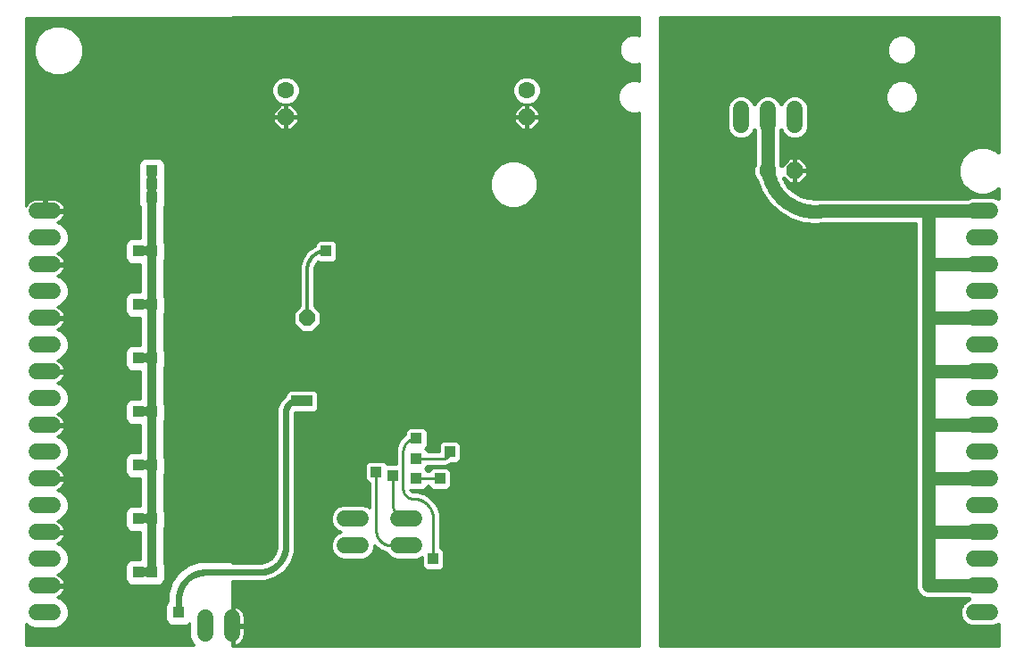
<source format=gbl>
G75*
%MOIN*%
%OFA0B0*%
%FSLAX25Y25*%
%IPPOS*%
%LPD*%
%AMOC8*
5,1,8,0,0,1.08239X$1,22.5*
%
%ADD10C,0.06000*%
%ADD11OC8,0.06300*%
%ADD12C,0.06300*%
%ADD13OC8,0.06000*%
%ADD14R,0.03962X0.03962*%
%ADD15C,0.01600*%
%ADD16C,0.02400*%
%ADD17C,0.01200*%
%ADD18C,0.03200*%
%ADD19C,0.05000*%
%ADD20C,0.01000*%
D10*
X0008500Y0035067D02*
X0014500Y0035067D01*
X0014500Y0045067D02*
X0008500Y0045067D01*
X0008500Y0055067D02*
X0014500Y0055067D01*
X0014500Y0065067D02*
X0008500Y0065067D01*
X0008500Y0075067D02*
X0014500Y0075067D01*
X0014500Y0085067D02*
X0008500Y0085067D01*
X0008500Y0095067D02*
X0014500Y0095067D01*
X0014500Y0105067D02*
X0008500Y0105067D01*
X0008500Y0115067D02*
X0014500Y0115067D01*
X0014500Y0125067D02*
X0008500Y0125067D01*
X0008500Y0135067D02*
X0014500Y0135067D01*
X0014500Y0145067D02*
X0008500Y0145067D01*
X0008500Y0155067D02*
X0014500Y0155067D01*
X0014500Y0165067D02*
X0008500Y0165067D01*
X0008500Y0175067D02*
X0014500Y0175067D01*
X0014500Y0185067D02*
X0008500Y0185067D01*
X0123500Y0070067D02*
X0129500Y0070067D01*
X0129500Y0060067D02*
X0123500Y0060067D01*
X0143500Y0060067D02*
X0149500Y0060067D01*
X0149500Y0070067D02*
X0143500Y0070067D01*
X0081500Y0033067D02*
X0081500Y0027067D01*
X0071500Y0027067D02*
X0071500Y0033067D01*
X0271500Y0217067D02*
X0271500Y0223067D01*
X0281500Y0223067D02*
X0281500Y0217067D01*
X0291500Y0217067D02*
X0291500Y0223067D01*
X0358500Y0185067D02*
X0364500Y0185067D01*
X0364500Y0175067D02*
X0358500Y0175067D01*
X0358500Y0165067D02*
X0364500Y0165067D01*
X0364500Y0155067D02*
X0358500Y0155067D01*
X0358500Y0145067D02*
X0364500Y0145067D01*
X0364500Y0135067D02*
X0358500Y0135067D01*
X0358500Y0125067D02*
X0364500Y0125067D01*
X0364500Y0115067D02*
X0358500Y0115067D01*
X0358500Y0105067D02*
X0364500Y0105067D01*
X0364500Y0095067D02*
X0358500Y0095067D01*
X0358500Y0085067D02*
X0364500Y0085067D01*
X0364500Y0075067D02*
X0358500Y0075067D01*
X0358500Y0065067D02*
X0364500Y0065067D01*
X0364500Y0055067D02*
X0358500Y0055067D01*
X0358500Y0045067D02*
X0364500Y0045067D01*
X0364500Y0035067D02*
X0358500Y0035067D01*
D11*
X0291500Y0200067D03*
X0191500Y0220067D03*
X0101500Y0220067D03*
D12*
X0101500Y0230067D03*
X0191500Y0230067D03*
X0281500Y0200067D03*
D13*
X0109500Y0145067D03*
D14*
X0096500Y0145067D03*
X0096500Y0150067D03*
X0096500Y0155067D03*
X0116500Y0170067D03*
X0105250Y0180697D03*
X0105250Y0184437D03*
X0105250Y0196317D03*
X0105250Y0200067D03*
X0051500Y0200067D03*
X0051500Y0195067D03*
X0051500Y0190067D03*
X0031500Y0205067D03*
X0031500Y0210067D03*
X0036500Y0210067D03*
X0036500Y0215067D03*
X0046500Y0170067D03*
X0051500Y0170067D03*
X0051500Y0150067D03*
X0046500Y0150067D03*
X0046500Y0130067D03*
X0051500Y0130067D03*
X0051500Y0110067D03*
X0046500Y0110067D03*
X0046500Y0090067D03*
X0051500Y0090067D03*
X0051500Y0070067D03*
X0046500Y0070067D03*
X0046500Y0050067D03*
X0051500Y0050067D03*
X0061500Y0035067D03*
X0071500Y0066317D03*
X0075250Y0066317D03*
X0075250Y0070067D03*
X0120750Y0100067D03*
X0109500Y0114067D03*
X0109500Y0114067D03*
X0105500Y0114067D03*
X0109500Y0120067D03*
X0150250Y0100067D03*
X0150250Y0092567D03*
X0150250Y0085067D03*
X0159000Y0085067D03*
X0162750Y0095067D03*
X0141500Y0086317D03*
X0135250Y0087567D03*
X0156500Y0055067D03*
X0281500Y0045067D03*
X0281776Y0045067D03*
X0286500Y0045067D03*
X0291500Y0045067D03*
X0291500Y0025067D03*
X0286500Y0025067D03*
X0281500Y0025067D03*
X0281500Y0065067D03*
X0286500Y0065067D03*
X0291500Y0065067D03*
X0291500Y0085067D03*
X0286500Y0085067D03*
X0281500Y0085067D03*
X0281500Y0105067D03*
X0286500Y0105067D03*
X0291500Y0105067D03*
X0291500Y0125067D03*
X0286500Y0125067D03*
X0281776Y0125067D03*
X0281500Y0125067D03*
X0281500Y0145067D03*
X0286500Y0145067D03*
X0291500Y0145067D03*
X0291500Y0165067D03*
X0286500Y0165067D03*
X0281776Y0165067D03*
X0281500Y0165067D03*
X0301500Y0205067D03*
X0306500Y0205067D03*
X0306500Y0210067D03*
X0301500Y0245067D03*
X0296500Y0245067D03*
X0291500Y0245067D03*
X0286500Y0245067D03*
X0201500Y0245067D03*
X0196500Y0245067D03*
X0191500Y0245067D03*
X0186500Y0245067D03*
D15*
X0241500Y0245458D02*
X0325747Y0245458D01*
X0325747Y0246527D02*
X0325747Y0244238D01*
X0326623Y0242124D01*
X0328241Y0240505D01*
X0330356Y0239630D01*
X0332644Y0239630D01*
X0334759Y0240505D01*
X0336377Y0242124D01*
X0337253Y0244238D01*
X0337253Y0246527D01*
X0336377Y0248641D01*
X0334759Y0250259D01*
X0332644Y0251135D01*
X0330356Y0251135D01*
X0328241Y0250259D01*
X0326623Y0248641D01*
X0325747Y0246527D01*
X0325967Y0247056D02*
X0241500Y0247056D01*
X0241500Y0248655D02*
X0326637Y0248655D01*
X0328235Y0250253D02*
X0241500Y0250253D01*
X0241500Y0251852D02*
X0367401Y0251852D01*
X0367401Y0253450D02*
X0241500Y0253450D01*
X0241500Y0255049D02*
X0367401Y0255049D01*
X0367401Y0256647D02*
X0241500Y0256647D01*
X0241500Y0257228D02*
X0367401Y0257228D01*
X0367401Y0207035D01*
X0366654Y0207781D01*
X0363310Y0209167D01*
X0359690Y0209167D01*
X0356346Y0207781D01*
X0353786Y0205222D01*
X0352401Y0201877D01*
X0352401Y0198257D01*
X0353786Y0194913D01*
X0356346Y0192353D01*
X0359690Y0190968D01*
X0363310Y0190968D01*
X0366654Y0192353D01*
X0367401Y0193100D01*
X0367401Y0189711D01*
X0365574Y0190467D01*
X0357426Y0190467D01*
X0356219Y0189967D01*
X0302118Y0189967D01*
X0301772Y0190056D01*
X0301152Y0189967D01*
X0300525Y0189967D01*
X0300301Y0189875D01*
X0299379Y0189795D01*
X0296528Y0190031D01*
X0293800Y0190896D01*
X0291333Y0192345D01*
X0289251Y0194308D01*
X0287657Y0196684D01*
X0287517Y0197050D01*
X0289450Y0195117D01*
X0291500Y0195117D01*
X0293550Y0195117D01*
X0296450Y0198017D01*
X0296450Y0200067D01*
X0291500Y0200067D01*
X0291500Y0195117D01*
X0291500Y0200067D01*
X0291500Y0200067D01*
X0291500Y0200067D01*
X0296450Y0200067D01*
X0296450Y0202118D01*
X0293550Y0205017D01*
X0291500Y0205017D01*
X0291500Y0200068D01*
X0291500Y0205017D01*
X0289450Y0205017D01*
X0286626Y0202194D01*
X0286400Y0202741D01*
X0286400Y0214786D01*
X0286500Y0215028D01*
X0286922Y0214009D01*
X0288441Y0212490D01*
X0290426Y0211667D01*
X0292574Y0211667D01*
X0294559Y0212490D01*
X0296078Y0214009D01*
X0296900Y0215993D01*
X0296900Y0224142D01*
X0296078Y0226126D01*
X0294559Y0227645D01*
X0292574Y0228467D01*
X0290426Y0228467D01*
X0288441Y0227645D01*
X0286922Y0226126D01*
X0286500Y0225107D01*
X0286078Y0226126D01*
X0284559Y0227645D01*
X0282574Y0228467D01*
X0280426Y0228467D01*
X0278441Y0227645D01*
X0276922Y0226126D01*
X0276500Y0225107D01*
X0276078Y0226126D01*
X0274559Y0227645D01*
X0272574Y0228467D01*
X0270426Y0228467D01*
X0268441Y0227645D01*
X0266922Y0226126D01*
X0266100Y0224142D01*
X0266100Y0215993D01*
X0266922Y0214009D01*
X0268441Y0212490D01*
X0270426Y0211667D01*
X0272574Y0211667D01*
X0274559Y0212490D01*
X0276078Y0214009D01*
X0276500Y0215028D01*
X0276600Y0214786D01*
X0276600Y0202741D01*
X0275950Y0201171D01*
X0275950Y0198963D01*
X0276795Y0196924D01*
X0277100Y0196618D01*
X0278831Y0192106D01*
X0281665Y0187880D01*
X0285368Y0184391D01*
X0289754Y0181813D01*
X0289754Y0181813D01*
X0294604Y0180276D01*
X0299675Y0179857D01*
X0301848Y0180167D01*
X0336600Y0180167D01*
X0336600Y0044093D01*
X0337346Y0042292D01*
X0338724Y0040913D01*
X0340525Y0040167D01*
X0356219Y0040167D01*
X0356460Y0040067D01*
X0355441Y0039645D01*
X0353922Y0038126D01*
X0353100Y0036142D01*
X0353100Y0033993D01*
X0353922Y0032009D01*
X0355441Y0030490D01*
X0357426Y0029667D01*
X0365574Y0029667D01*
X0367401Y0030424D01*
X0367401Y0022867D01*
X0241500Y0022867D01*
X0241500Y0257228D01*
X0241500Y0243859D02*
X0325904Y0243859D01*
X0326566Y0242260D02*
X0241500Y0242260D01*
X0241500Y0240662D02*
X0328085Y0240662D01*
X0334915Y0240662D02*
X0367401Y0240662D01*
X0367401Y0242260D02*
X0336434Y0242260D01*
X0337096Y0243859D02*
X0367401Y0243859D01*
X0367401Y0245458D02*
X0337253Y0245458D01*
X0337033Y0247056D02*
X0367401Y0247056D01*
X0367401Y0248655D02*
X0336363Y0248655D01*
X0334765Y0250253D02*
X0367401Y0250253D01*
X0367401Y0239063D02*
X0241500Y0239063D01*
X0241500Y0237465D02*
X0367401Y0237465D01*
X0367401Y0235866D02*
X0241500Y0235866D01*
X0241500Y0234268D02*
X0367401Y0234268D01*
X0367401Y0232669D02*
X0335467Y0232669D01*
X0335093Y0233043D02*
X0332762Y0234009D01*
X0330238Y0234009D01*
X0327907Y0233043D01*
X0326122Y0231259D01*
X0325157Y0228928D01*
X0325157Y0226404D01*
X0326122Y0224073D01*
X0327907Y0222288D01*
X0330238Y0221323D01*
X0332762Y0221323D01*
X0335093Y0222288D01*
X0336878Y0224073D01*
X0337843Y0226404D01*
X0337843Y0228928D01*
X0336878Y0231259D01*
X0335093Y0233043D01*
X0336956Y0231071D02*
X0367401Y0231071D01*
X0367401Y0229472D02*
X0337618Y0229472D01*
X0337843Y0227874D02*
X0367401Y0227874D01*
X0367401Y0226275D02*
X0337790Y0226275D01*
X0337128Y0224677D02*
X0367401Y0224677D01*
X0367401Y0223078D02*
X0335883Y0223078D01*
X0333142Y0221480D02*
X0367401Y0221480D01*
X0367401Y0219881D02*
X0296900Y0219881D01*
X0296900Y0218283D02*
X0367401Y0218283D01*
X0367401Y0216684D02*
X0296900Y0216684D01*
X0296524Y0215086D02*
X0367401Y0215086D01*
X0367401Y0213487D02*
X0295557Y0213487D01*
X0293109Y0211889D02*
X0367401Y0211889D01*
X0367401Y0210290D02*
X0286400Y0210290D01*
X0286400Y0208692D02*
X0358544Y0208692D01*
X0355658Y0207093D02*
X0286400Y0207093D01*
X0286400Y0205495D02*
X0354059Y0205495D01*
X0353237Y0203896D02*
X0294672Y0203896D01*
X0296270Y0202298D02*
X0352575Y0202298D01*
X0352401Y0200699D02*
X0296450Y0200699D01*
X0296450Y0199101D02*
X0352401Y0199101D01*
X0352714Y0197502D02*
X0295935Y0197502D01*
X0294337Y0195904D02*
X0353376Y0195904D01*
X0354394Y0194305D02*
X0289254Y0194305D01*
X0288663Y0195904D02*
X0288181Y0195904D01*
X0291500Y0195904D02*
X0291500Y0195904D01*
X0291500Y0197502D02*
X0291500Y0197502D01*
X0291500Y0199101D02*
X0291500Y0199101D01*
X0291500Y0200068D02*
X0291500Y0200068D01*
X0291500Y0200699D02*
X0291500Y0200699D01*
X0291500Y0202298D02*
X0291500Y0202298D01*
X0291500Y0203896D02*
X0291500Y0203896D01*
X0288328Y0203896D02*
X0286400Y0203896D01*
X0286583Y0202298D02*
X0286730Y0202298D01*
X0276600Y0203896D02*
X0241500Y0203896D01*
X0241500Y0202298D02*
X0276417Y0202298D01*
X0275950Y0200699D02*
X0241500Y0200699D01*
X0241500Y0199101D02*
X0275950Y0199101D01*
X0276555Y0197502D02*
X0241500Y0197502D01*
X0241500Y0195904D02*
X0277374Y0195904D01*
X0277988Y0194305D02*
X0241500Y0194305D01*
X0241500Y0192707D02*
X0278601Y0192707D01*
X0278831Y0192106D02*
X0278831Y0192106D01*
X0279500Y0191108D02*
X0241500Y0191108D01*
X0241500Y0189510D02*
X0280572Y0189510D01*
X0281644Y0187911D02*
X0241500Y0187911D01*
X0241500Y0186313D02*
X0283328Y0186313D01*
X0281665Y0187880D02*
X0281665Y0187880D01*
X0285025Y0184714D02*
X0241500Y0184714D01*
X0241500Y0183116D02*
X0287538Y0183116D01*
X0285368Y0184391D02*
X0285368Y0184391D01*
X0290689Y0181517D02*
X0241500Y0181517D01*
X0241500Y0179919D02*
X0298929Y0179919D01*
X0299675Y0179857D02*
X0299675Y0179857D01*
X0300106Y0179919D02*
X0336600Y0179919D01*
X0336600Y0178320D02*
X0241500Y0178320D01*
X0241500Y0176722D02*
X0336600Y0176722D01*
X0336600Y0175123D02*
X0241500Y0175123D01*
X0241500Y0173525D02*
X0336600Y0173525D01*
X0336600Y0171926D02*
X0241500Y0171926D01*
X0241500Y0170327D02*
X0336600Y0170327D01*
X0336600Y0168729D02*
X0241500Y0168729D01*
X0241500Y0167130D02*
X0336600Y0167130D01*
X0336600Y0165532D02*
X0241500Y0165532D01*
X0241500Y0163933D02*
X0336600Y0163933D01*
X0336600Y0162335D02*
X0241500Y0162335D01*
X0241500Y0160736D02*
X0336600Y0160736D01*
X0336600Y0159138D02*
X0241500Y0159138D01*
X0241500Y0157539D02*
X0336600Y0157539D01*
X0336600Y0155941D02*
X0241500Y0155941D01*
X0241500Y0154342D02*
X0336600Y0154342D01*
X0336600Y0152744D02*
X0241500Y0152744D01*
X0241500Y0151145D02*
X0336600Y0151145D01*
X0336600Y0149547D02*
X0241500Y0149547D01*
X0241500Y0147948D02*
X0336600Y0147948D01*
X0336600Y0146350D02*
X0241500Y0146350D01*
X0241500Y0144751D02*
X0336600Y0144751D01*
X0336600Y0143153D02*
X0241500Y0143153D01*
X0241500Y0141554D02*
X0336600Y0141554D01*
X0336600Y0139956D02*
X0241500Y0139956D01*
X0241500Y0138357D02*
X0336600Y0138357D01*
X0336600Y0136759D02*
X0241500Y0136759D01*
X0241500Y0135160D02*
X0336600Y0135160D01*
X0336600Y0133562D02*
X0241500Y0133562D01*
X0241500Y0131963D02*
X0336600Y0131963D01*
X0336600Y0130365D02*
X0241500Y0130365D01*
X0241500Y0128766D02*
X0336600Y0128766D01*
X0336600Y0127168D02*
X0241500Y0127168D01*
X0241500Y0125569D02*
X0336600Y0125569D01*
X0336600Y0123971D02*
X0241500Y0123971D01*
X0241500Y0122372D02*
X0336600Y0122372D01*
X0336600Y0120774D02*
X0241500Y0120774D01*
X0241500Y0119175D02*
X0336600Y0119175D01*
X0336600Y0117577D02*
X0241500Y0117577D01*
X0241500Y0115978D02*
X0336600Y0115978D01*
X0336600Y0114380D02*
X0241500Y0114380D01*
X0241500Y0112781D02*
X0336600Y0112781D01*
X0336600Y0111183D02*
X0241500Y0111183D01*
X0241500Y0109584D02*
X0336600Y0109584D01*
X0336600Y0107986D02*
X0241500Y0107986D01*
X0241500Y0106387D02*
X0336600Y0106387D01*
X0336600Y0104789D02*
X0241500Y0104789D01*
X0241500Y0103190D02*
X0336600Y0103190D01*
X0336600Y0101591D02*
X0241500Y0101591D01*
X0241500Y0099993D02*
X0336600Y0099993D01*
X0336600Y0098394D02*
X0241500Y0098394D01*
X0241500Y0096796D02*
X0336600Y0096796D01*
X0336600Y0095197D02*
X0241500Y0095197D01*
X0241500Y0093599D02*
X0336600Y0093599D01*
X0336600Y0092000D02*
X0241500Y0092000D01*
X0241500Y0090402D02*
X0336600Y0090402D01*
X0336600Y0088803D02*
X0241500Y0088803D01*
X0241500Y0087205D02*
X0336600Y0087205D01*
X0336600Y0085606D02*
X0241500Y0085606D01*
X0241500Y0084008D02*
X0336600Y0084008D01*
X0336600Y0082409D02*
X0241500Y0082409D01*
X0241500Y0080811D02*
X0336600Y0080811D01*
X0336600Y0079212D02*
X0241500Y0079212D01*
X0241500Y0077614D02*
X0336600Y0077614D01*
X0336600Y0076015D02*
X0241500Y0076015D01*
X0241500Y0074417D02*
X0336600Y0074417D01*
X0336600Y0072818D02*
X0241500Y0072818D01*
X0241500Y0071220D02*
X0336600Y0071220D01*
X0336600Y0069621D02*
X0241500Y0069621D01*
X0241500Y0068023D02*
X0336600Y0068023D01*
X0336600Y0066424D02*
X0241500Y0066424D01*
X0241500Y0064826D02*
X0336600Y0064826D01*
X0336600Y0063227D02*
X0241500Y0063227D01*
X0241500Y0061629D02*
X0336600Y0061629D01*
X0336600Y0060030D02*
X0241500Y0060030D01*
X0241500Y0058432D02*
X0336600Y0058432D01*
X0336600Y0056833D02*
X0241500Y0056833D01*
X0241500Y0055235D02*
X0336600Y0055235D01*
X0336600Y0053636D02*
X0241500Y0053636D01*
X0241500Y0052038D02*
X0336600Y0052038D01*
X0336600Y0050439D02*
X0241500Y0050439D01*
X0241500Y0048841D02*
X0336600Y0048841D01*
X0336600Y0047242D02*
X0241500Y0047242D01*
X0241500Y0045644D02*
X0336600Y0045644D01*
X0336620Y0044045D02*
X0241500Y0044045D01*
X0241500Y0042447D02*
X0337282Y0042447D01*
X0338882Y0040848D02*
X0241500Y0040848D01*
X0241500Y0039250D02*
X0355045Y0039250D01*
X0353725Y0037651D02*
X0241500Y0037651D01*
X0241500Y0036053D02*
X0353100Y0036053D01*
X0353100Y0034454D02*
X0241500Y0034454D01*
X0241500Y0032856D02*
X0353571Y0032856D01*
X0354674Y0031257D02*
X0241500Y0031257D01*
X0241500Y0029658D02*
X0367401Y0029658D01*
X0367401Y0028060D02*
X0241500Y0028060D01*
X0241500Y0026461D02*
X0367401Y0026461D01*
X0367401Y0024863D02*
X0241500Y0024863D01*
X0241500Y0023264D02*
X0367401Y0023264D01*
X0294604Y0180276D02*
X0294604Y0180276D01*
X0293439Y0191108D02*
X0359352Y0191108D01*
X0355993Y0192707D02*
X0290950Y0192707D01*
X0276600Y0205495D02*
X0241500Y0205495D01*
X0241500Y0207093D02*
X0276600Y0207093D01*
X0276600Y0208692D02*
X0241500Y0208692D01*
X0241500Y0210290D02*
X0276600Y0210290D01*
X0276600Y0211889D02*
X0273109Y0211889D01*
X0275557Y0213487D02*
X0276600Y0213487D01*
X0269891Y0211889D02*
X0241500Y0211889D01*
X0241500Y0213487D02*
X0267443Y0213487D01*
X0266476Y0215086D02*
X0241500Y0215086D01*
X0241500Y0216684D02*
X0266100Y0216684D01*
X0266100Y0218283D02*
X0241500Y0218283D01*
X0241500Y0219881D02*
X0266100Y0219881D01*
X0266100Y0221480D02*
X0241500Y0221480D01*
X0241500Y0223078D02*
X0266100Y0223078D01*
X0266322Y0224677D02*
X0241500Y0224677D01*
X0241500Y0226275D02*
X0267071Y0226275D01*
X0268993Y0227874D02*
X0241500Y0227874D01*
X0241500Y0229472D02*
X0325382Y0229472D01*
X0325157Y0227874D02*
X0294007Y0227874D01*
X0295929Y0226275D02*
X0325210Y0226275D01*
X0325872Y0224677D02*
X0296678Y0224677D01*
X0296900Y0223078D02*
X0327117Y0223078D01*
X0329858Y0221480D02*
X0296900Y0221480D01*
X0288993Y0227874D02*
X0284007Y0227874D01*
X0285929Y0226275D02*
X0287071Y0226275D01*
X0278993Y0227874D02*
X0274007Y0227874D01*
X0275929Y0226275D02*
X0277071Y0226275D01*
X0286400Y0213487D02*
X0287443Y0213487D01*
X0286400Y0211889D02*
X0289891Y0211889D01*
X0326044Y0231071D02*
X0241500Y0231071D01*
X0241500Y0232669D02*
X0327533Y0232669D01*
X0364456Y0208692D02*
X0367401Y0208692D01*
X0367401Y0207093D02*
X0367342Y0207093D01*
X0367401Y0192707D02*
X0367007Y0192707D01*
X0367401Y0191108D02*
X0363648Y0191108D01*
D16*
X0109500Y0114067D02*
X0105500Y0114067D01*
X0105374Y0114065D01*
X0105249Y0114059D01*
X0105124Y0114049D01*
X0104999Y0114035D01*
X0104874Y0114018D01*
X0104750Y0113996D01*
X0104627Y0113971D01*
X0104505Y0113941D01*
X0104384Y0113908D01*
X0104264Y0113871D01*
X0104145Y0113831D01*
X0104028Y0113786D01*
X0103911Y0113738D01*
X0103797Y0113686D01*
X0103684Y0113631D01*
X0103573Y0113572D01*
X0103464Y0113510D01*
X0103357Y0113444D01*
X0103252Y0113375D01*
X0103149Y0113303D01*
X0103048Y0113228D01*
X0102950Y0113149D01*
X0102855Y0113067D01*
X0102762Y0112983D01*
X0102672Y0112895D01*
X0102584Y0112805D01*
X0102500Y0112712D01*
X0102418Y0112617D01*
X0102339Y0112519D01*
X0102264Y0112418D01*
X0102192Y0112315D01*
X0102123Y0112210D01*
X0102057Y0112103D01*
X0101995Y0111994D01*
X0101936Y0111883D01*
X0101881Y0111770D01*
X0101829Y0111656D01*
X0101781Y0111539D01*
X0101736Y0111422D01*
X0101696Y0111303D01*
X0101659Y0111183D01*
X0101626Y0111062D01*
X0101596Y0110940D01*
X0101571Y0110817D01*
X0101549Y0110693D01*
X0101532Y0110568D01*
X0101518Y0110443D01*
X0101508Y0110318D01*
X0101502Y0110193D01*
X0101500Y0110067D01*
X0101500Y0060067D01*
X0101497Y0059825D01*
X0101488Y0059584D01*
X0101474Y0059343D01*
X0101453Y0059102D01*
X0101427Y0058862D01*
X0101395Y0058622D01*
X0101357Y0058383D01*
X0101314Y0058146D01*
X0101264Y0057909D01*
X0101209Y0057674D01*
X0101149Y0057440D01*
X0101082Y0057208D01*
X0101011Y0056977D01*
X0100933Y0056748D01*
X0100850Y0056521D01*
X0100762Y0056296D01*
X0100668Y0056073D01*
X0100569Y0055853D01*
X0100464Y0055635D01*
X0100355Y0055420D01*
X0100240Y0055207D01*
X0100120Y0054997D01*
X0099995Y0054791D01*
X0099865Y0054587D01*
X0099730Y0054386D01*
X0099590Y0054189D01*
X0099446Y0053995D01*
X0099297Y0053805D01*
X0099143Y0053619D01*
X0098985Y0053436D01*
X0098823Y0053257D01*
X0098656Y0053082D01*
X0098485Y0052911D01*
X0098310Y0052744D01*
X0098131Y0052582D01*
X0097948Y0052424D01*
X0097762Y0052270D01*
X0097572Y0052121D01*
X0097378Y0051977D01*
X0097181Y0051837D01*
X0096980Y0051702D01*
X0096776Y0051572D01*
X0096570Y0051447D01*
X0096360Y0051327D01*
X0096147Y0051212D01*
X0095932Y0051103D01*
X0095714Y0050998D01*
X0095494Y0050899D01*
X0095271Y0050805D01*
X0095046Y0050717D01*
X0094819Y0050634D01*
X0094590Y0050556D01*
X0094359Y0050485D01*
X0094127Y0050418D01*
X0093893Y0050358D01*
X0093658Y0050303D01*
X0093421Y0050253D01*
X0093184Y0050210D01*
X0092945Y0050172D01*
X0092705Y0050140D01*
X0092465Y0050114D01*
X0092224Y0050093D01*
X0091983Y0050079D01*
X0091742Y0050070D01*
X0091500Y0050067D01*
X0071500Y0050067D01*
X0071258Y0050064D01*
X0071017Y0050055D01*
X0070776Y0050041D01*
X0070535Y0050020D01*
X0070295Y0049994D01*
X0070055Y0049962D01*
X0069816Y0049924D01*
X0069579Y0049881D01*
X0069342Y0049831D01*
X0069107Y0049776D01*
X0068873Y0049716D01*
X0068641Y0049649D01*
X0068410Y0049578D01*
X0068181Y0049500D01*
X0067954Y0049417D01*
X0067729Y0049329D01*
X0067506Y0049235D01*
X0067286Y0049136D01*
X0067068Y0049031D01*
X0066853Y0048922D01*
X0066640Y0048807D01*
X0066430Y0048687D01*
X0066224Y0048562D01*
X0066020Y0048432D01*
X0065819Y0048297D01*
X0065622Y0048157D01*
X0065428Y0048013D01*
X0065238Y0047864D01*
X0065052Y0047710D01*
X0064869Y0047552D01*
X0064690Y0047390D01*
X0064515Y0047223D01*
X0064344Y0047052D01*
X0064177Y0046877D01*
X0064015Y0046698D01*
X0063857Y0046515D01*
X0063703Y0046329D01*
X0063554Y0046139D01*
X0063410Y0045945D01*
X0063270Y0045748D01*
X0063135Y0045547D01*
X0063005Y0045343D01*
X0062880Y0045137D01*
X0062760Y0044927D01*
X0062645Y0044714D01*
X0062536Y0044499D01*
X0062431Y0044281D01*
X0062332Y0044061D01*
X0062238Y0043838D01*
X0062150Y0043613D01*
X0062067Y0043386D01*
X0061989Y0043157D01*
X0061918Y0042926D01*
X0061851Y0042694D01*
X0061791Y0042460D01*
X0061736Y0042225D01*
X0061686Y0041988D01*
X0061643Y0041751D01*
X0061605Y0041512D01*
X0061573Y0041272D01*
X0061547Y0041032D01*
X0061526Y0040791D01*
X0061512Y0040550D01*
X0061503Y0040309D01*
X0061500Y0040067D01*
X0061500Y0035067D01*
D17*
X0109500Y0145067D02*
X0109500Y0163067D01*
X0109502Y0163236D01*
X0109508Y0163405D01*
X0109518Y0163574D01*
X0109533Y0163743D01*
X0109551Y0163911D01*
X0109573Y0164078D01*
X0109600Y0164245D01*
X0109630Y0164412D01*
X0109665Y0164577D01*
X0109703Y0164742D01*
X0109746Y0164906D01*
X0109792Y0165069D01*
X0109843Y0165230D01*
X0109897Y0165390D01*
X0109955Y0165549D01*
X0110017Y0165707D01*
X0110082Y0165863D01*
X0110152Y0166017D01*
X0110225Y0166169D01*
X0110302Y0166320D01*
X0110382Y0166469D01*
X0110466Y0166616D01*
X0110554Y0166760D01*
X0110645Y0166903D01*
X0110739Y0167043D01*
X0110837Y0167181D01*
X0110938Y0167317D01*
X0111042Y0167450D01*
X0111150Y0167581D01*
X0111260Y0167709D01*
X0111374Y0167834D01*
X0111491Y0167957D01*
X0111610Y0168076D01*
X0111733Y0168193D01*
X0111858Y0168307D01*
X0111986Y0168417D01*
X0112117Y0168525D01*
X0112250Y0168629D01*
X0112386Y0168730D01*
X0112524Y0168828D01*
X0112664Y0168922D01*
X0112807Y0169013D01*
X0112951Y0169101D01*
X0113098Y0169185D01*
X0113247Y0169265D01*
X0113398Y0169342D01*
X0113550Y0169415D01*
X0113704Y0169485D01*
X0113860Y0169550D01*
X0114018Y0169612D01*
X0114177Y0169670D01*
X0114337Y0169724D01*
X0114498Y0169775D01*
X0114661Y0169821D01*
X0114825Y0169864D01*
X0114990Y0169902D01*
X0115155Y0169937D01*
X0115322Y0169967D01*
X0115489Y0169994D01*
X0115656Y0170016D01*
X0115824Y0170034D01*
X0115993Y0170049D01*
X0116162Y0170059D01*
X0116331Y0170065D01*
X0116500Y0170067D01*
D18*
X0051500Y0170067D02*
X0051500Y0150067D01*
X0046500Y0150067D01*
X0051500Y0150067D02*
X0051500Y0130067D01*
X0046500Y0130067D01*
X0051500Y0130067D02*
X0051500Y0110067D01*
X0046500Y0110067D01*
X0051500Y0110067D02*
X0051500Y0090067D01*
X0046500Y0090067D01*
X0051500Y0090067D02*
X0051500Y0070067D01*
X0046500Y0070067D01*
X0051500Y0070067D02*
X0051500Y0050067D01*
X0046500Y0050067D01*
X0046500Y0170067D02*
X0051500Y0170067D01*
X0051500Y0190067D01*
X0051500Y0195067D01*
X0051500Y0200067D01*
D19*
X0281500Y0200067D02*
X0281500Y0220067D01*
X0281500Y0200067D02*
X0281565Y0199645D01*
X0281641Y0199224D01*
X0281727Y0198806D01*
X0281823Y0198390D01*
X0281929Y0197976D01*
X0282045Y0197565D01*
X0282170Y0197156D01*
X0282306Y0196751D01*
X0282451Y0196350D01*
X0282607Y0195951D01*
X0282771Y0195557D01*
X0282945Y0195167D01*
X0283129Y0194781D01*
X0283322Y0194400D01*
X0283523Y0194024D01*
X0283734Y0193652D01*
X0283954Y0193286D01*
X0284183Y0192925D01*
X0284420Y0192570D01*
X0284666Y0192221D01*
X0284920Y0191877D01*
X0285183Y0191540D01*
X0285453Y0191209D01*
X0285732Y0190885D01*
X0286018Y0190568D01*
X0286311Y0190258D01*
X0286613Y0189955D01*
X0286921Y0189659D01*
X0287236Y0189371D01*
X0287559Y0189091D01*
X0287888Y0188818D01*
X0288223Y0188554D01*
X0288565Y0188297D01*
X0288913Y0188049D01*
X0289266Y0187810D01*
X0289626Y0187579D01*
X0289991Y0187357D01*
X0290361Y0187144D01*
X0290736Y0186939D01*
X0291116Y0186744D01*
X0291501Y0186558D01*
X0291890Y0186382D01*
X0292283Y0186215D01*
X0292680Y0186057D01*
X0293081Y0185909D01*
X0293485Y0185771D01*
X0293893Y0185643D01*
X0294303Y0185524D01*
X0294716Y0185416D01*
X0295132Y0185317D01*
X0295550Y0185229D01*
X0295970Y0185151D01*
X0296392Y0185083D01*
X0296815Y0185025D01*
X0297239Y0184977D01*
X0297665Y0184939D01*
X0298091Y0184912D01*
X0298518Y0184896D01*
X0298945Y0184889D01*
X0299372Y0184893D01*
X0299799Y0184907D01*
X0300226Y0184932D01*
X0300652Y0184966D01*
X0301076Y0185011D01*
X0301500Y0185067D01*
X0341500Y0185067D01*
X0361500Y0185067D01*
X0341500Y0185067D02*
X0341500Y0165067D01*
X0361500Y0165067D01*
X0341500Y0165067D02*
X0341500Y0145067D01*
X0361500Y0145067D01*
X0341500Y0145067D02*
X0341500Y0125067D01*
X0361500Y0125067D01*
X0341500Y0125067D02*
X0341500Y0105067D01*
X0361500Y0105067D01*
X0341500Y0105067D02*
X0341500Y0085067D01*
X0361500Y0085067D01*
X0341500Y0085067D02*
X0341500Y0065067D01*
X0361500Y0065067D01*
X0341500Y0065067D02*
X0341500Y0045067D01*
X0361500Y0045067D01*
D20*
X0004400Y0030824D02*
X0004400Y0022967D01*
X0067256Y0022967D01*
X0066498Y0023725D01*
X0065600Y0025894D01*
X0065600Y0031104D01*
X0065124Y0030628D01*
X0064058Y0030186D01*
X0058942Y0030186D01*
X0057876Y0030628D01*
X0057060Y0031444D01*
X0056619Y0032509D01*
X0056619Y0037625D01*
X0057060Y0038691D01*
X0057400Y0039031D01*
X0057400Y0042301D01*
X0058780Y0046548D01*
X0061406Y0050162D01*
X0061406Y0050162D01*
X0065019Y0052787D01*
X0069267Y0054167D01*
X0069267Y0054167D01*
X0072316Y0054167D01*
X0081500Y0054167D01*
X0081500Y0155067D01*
X0081271Y0156872D01*
X0081302Y0158690D01*
X0081591Y0160486D01*
X0082133Y0162222D01*
X0082916Y0163864D01*
X0083925Y0165377D01*
X0085139Y0166731D01*
X0086533Y0167899D01*
X0088080Y0168857D01*
X0089747Y0169584D01*
X0091500Y0170067D01*
X0108607Y0170067D01*
X0108983Y0170585D01*
X0108983Y0170585D01*
X0108983Y0170585D01*
X0111619Y0172500D01*
X0111619Y0172625D01*
X0112060Y0173691D01*
X0112876Y0174507D01*
X0113942Y0174949D01*
X0119058Y0174949D01*
X0119875Y0174610D01*
X0119913Y0174661D01*
X0120596Y0175913D01*
X0121095Y0177250D01*
X0121398Y0178644D01*
X0121500Y0180067D01*
X0121500Y0257128D01*
X0004400Y0257128D01*
X0004400Y0186933D01*
X0004651Y0187426D01*
X0005068Y0187999D01*
X0005568Y0188500D01*
X0006141Y0188916D01*
X0006773Y0189238D01*
X0007446Y0189457D01*
X0008146Y0189567D01*
X0011000Y0189567D01*
X0011000Y0185567D01*
X0012000Y0185567D01*
X0018977Y0185567D01*
X0018889Y0186121D01*
X0018670Y0186795D01*
X0018349Y0187426D01*
X0017932Y0187999D01*
X0017432Y0188500D01*
X0016859Y0188916D01*
X0016227Y0189238D01*
X0015554Y0189457D01*
X0014854Y0189567D01*
X0012000Y0189567D01*
X0012000Y0185567D01*
X0012000Y0184567D01*
X0018977Y0184567D01*
X0018889Y0184014D01*
X0018670Y0183340D01*
X0018349Y0182709D01*
X0017932Y0182136D01*
X0017432Y0181635D01*
X0016859Y0181219D01*
X0016227Y0180897D01*
X0016012Y0180827D01*
X0017842Y0180069D01*
X0019502Y0178409D01*
X0020400Y0176241D01*
X0020400Y0173894D01*
X0019502Y0171725D01*
X0017842Y0170066D01*
X0016012Y0169308D01*
X0016227Y0169238D01*
X0016859Y0168916D01*
X0017432Y0168500D01*
X0017932Y0167999D01*
X0018349Y0167426D01*
X0018670Y0166795D01*
X0018889Y0166121D01*
X0018977Y0165567D01*
X0012000Y0165567D01*
X0012000Y0164567D01*
X0018977Y0164567D01*
X0018889Y0164014D01*
X0018670Y0163340D01*
X0018349Y0162709D01*
X0017932Y0162136D01*
X0017432Y0161635D01*
X0016859Y0161219D01*
X0016227Y0160897D01*
X0016012Y0160827D01*
X0017842Y0160069D01*
X0019502Y0158409D01*
X0020400Y0156241D01*
X0020400Y0153894D01*
X0019502Y0151725D01*
X0017842Y0150066D01*
X0016012Y0149308D01*
X0016227Y0149238D01*
X0016859Y0148916D01*
X0017432Y0148500D01*
X0017932Y0147999D01*
X0018349Y0147426D01*
X0018670Y0146795D01*
X0018889Y0146121D01*
X0018977Y0145567D01*
X0012000Y0145567D01*
X0012000Y0144567D01*
X0018977Y0144567D01*
X0018889Y0144014D01*
X0018670Y0143340D01*
X0018349Y0142709D01*
X0017932Y0142136D01*
X0017432Y0141635D01*
X0016859Y0141219D01*
X0016227Y0140897D01*
X0016012Y0140827D01*
X0017842Y0140069D01*
X0019502Y0138409D01*
X0020400Y0136241D01*
X0020400Y0133894D01*
X0019502Y0131725D01*
X0017842Y0130066D01*
X0016012Y0129308D01*
X0016227Y0129238D01*
X0016859Y0128916D01*
X0017432Y0128500D01*
X0017932Y0127999D01*
X0018349Y0127426D01*
X0018670Y0126795D01*
X0018889Y0126121D01*
X0018977Y0125567D01*
X0012000Y0125567D01*
X0012000Y0124567D01*
X0018977Y0124567D01*
X0018889Y0124014D01*
X0018670Y0123340D01*
X0018349Y0122709D01*
X0017932Y0122136D01*
X0017432Y0121635D01*
X0016859Y0121219D01*
X0016227Y0120897D01*
X0016012Y0120827D01*
X0017842Y0120069D01*
X0019502Y0118409D01*
X0020400Y0116241D01*
X0020400Y0113894D01*
X0019502Y0111725D01*
X0017842Y0110066D01*
X0016012Y0109308D01*
X0016227Y0109238D01*
X0016859Y0108916D01*
X0017432Y0108500D01*
X0017932Y0107999D01*
X0018349Y0107426D01*
X0018670Y0106795D01*
X0018889Y0106121D01*
X0018977Y0105567D01*
X0012000Y0105567D01*
X0012000Y0104567D01*
X0018977Y0104567D01*
X0018889Y0104014D01*
X0018670Y0103340D01*
X0018349Y0102709D01*
X0017932Y0102136D01*
X0017432Y0101635D01*
X0016859Y0101219D01*
X0016227Y0100897D01*
X0016012Y0100827D01*
X0017842Y0100069D01*
X0019502Y0098409D01*
X0020400Y0096241D01*
X0020400Y0093894D01*
X0019502Y0091725D01*
X0017842Y0090066D01*
X0016012Y0089308D01*
X0016227Y0089238D01*
X0016859Y0088916D01*
X0017432Y0088500D01*
X0017932Y0087999D01*
X0018349Y0087426D01*
X0018670Y0086795D01*
X0018889Y0086121D01*
X0018977Y0085567D01*
X0012000Y0085567D01*
X0012000Y0084567D01*
X0018977Y0084567D01*
X0018889Y0084014D01*
X0018670Y0083340D01*
X0018349Y0082709D01*
X0017932Y0082136D01*
X0017432Y0081635D01*
X0016859Y0081219D01*
X0016227Y0080897D01*
X0016012Y0080827D01*
X0017842Y0080069D01*
X0019502Y0078409D01*
X0020400Y0076241D01*
X0020400Y0073894D01*
X0019502Y0071725D01*
X0017842Y0070066D01*
X0016012Y0069308D01*
X0016227Y0069238D01*
X0016859Y0068916D01*
X0017432Y0068500D01*
X0017932Y0067999D01*
X0018349Y0067426D01*
X0018670Y0066795D01*
X0018889Y0066121D01*
X0018977Y0065567D01*
X0012000Y0065567D01*
X0012000Y0064567D01*
X0018977Y0064567D01*
X0018889Y0064014D01*
X0018670Y0063340D01*
X0018349Y0062709D01*
X0017932Y0062136D01*
X0017432Y0061635D01*
X0016859Y0061219D01*
X0016227Y0060897D01*
X0016012Y0060827D01*
X0017842Y0060069D01*
X0019502Y0058409D01*
X0020400Y0056241D01*
X0020400Y0053894D01*
X0019502Y0051725D01*
X0017842Y0050066D01*
X0016012Y0049308D01*
X0016227Y0049238D01*
X0016859Y0048916D01*
X0017432Y0048500D01*
X0017932Y0047999D01*
X0018349Y0047426D01*
X0018670Y0046795D01*
X0018889Y0046121D01*
X0018977Y0045567D01*
X0012000Y0045567D01*
X0012000Y0044567D01*
X0018977Y0044567D01*
X0018889Y0044014D01*
X0018670Y0043340D01*
X0018349Y0042709D01*
X0017932Y0042136D01*
X0017432Y0041635D01*
X0016859Y0041219D01*
X0016227Y0040897D01*
X0016012Y0040827D01*
X0017842Y0040069D01*
X0019502Y0038409D01*
X0020400Y0036241D01*
X0020400Y0033894D01*
X0019502Y0031725D01*
X0017842Y0030066D01*
X0015674Y0029167D01*
X0007326Y0029167D01*
X0005158Y0030066D01*
X0004400Y0030824D01*
X0004400Y0030053D02*
X0005190Y0030053D01*
X0004400Y0029054D02*
X0065600Y0029054D01*
X0065600Y0028056D02*
X0004400Y0028056D01*
X0004400Y0027057D02*
X0065600Y0027057D01*
X0065600Y0026058D02*
X0004400Y0026058D01*
X0004400Y0025060D02*
X0065945Y0025060D01*
X0066359Y0024061D02*
X0004400Y0024061D01*
X0004400Y0023063D02*
X0067161Y0023063D01*
X0065600Y0030053D02*
X0017810Y0030053D01*
X0018827Y0031051D02*
X0057453Y0031051D01*
X0056809Y0032050D02*
X0019636Y0032050D01*
X0020050Y0033048D02*
X0056619Y0033048D01*
X0056619Y0034047D02*
X0020400Y0034047D01*
X0020400Y0035045D02*
X0056619Y0035045D01*
X0056619Y0036044D02*
X0020400Y0036044D01*
X0020068Y0037042D02*
X0056619Y0037042D01*
X0056791Y0038041D02*
X0019655Y0038041D01*
X0018872Y0039039D02*
X0057400Y0039039D01*
X0057400Y0040038D02*
X0017874Y0040038D01*
X0016500Y0041036D02*
X0057400Y0041036D01*
X0057400Y0042035D02*
X0017831Y0042035D01*
X0018514Y0043033D02*
X0057638Y0043033D01*
X0057962Y0044032D02*
X0018892Y0044032D01*
X0018904Y0046029D02*
X0042475Y0046029D01*
X0042876Y0045628D02*
X0043942Y0045186D01*
X0054058Y0045186D01*
X0055124Y0045628D01*
X0055940Y0046444D01*
X0056381Y0047509D01*
X0056381Y0052625D01*
X0056000Y0053545D01*
X0056000Y0066589D01*
X0056381Y0067509D01*
X0056381Y0072625D01*
X0056000Y0073545D01*
X0056000Y0086589D01*
X0056381Y0087509D01*
X0056381Y0092625D01*
X0056000Y0093545D01*
X0056000Y0106589D01*
X0056381Y0107509D01*
X0056381Y0112625D01*
X0056000Y0113545D01*
X0056000Y0126589D01*
X0056381Y0127509D01*
X0056381Y0132625D01*
X0056000Y0133545D01*
X0056000Y0146589D01*
X0056381Y0147509D01*
X0056381Y0152625D01*
X0056000Y0153545D01*
X0056000Y0166589D01*
X0056381Y0167509D01*
X0056381Y0172625D01*
X0056000Y0173545D01*
X0056000Y0186589D01*
X0056381Y0187509D01*
X0056381Y0202625D01*
X0055940Y0203691D01*
X0055124Y0204507D01*
X0054058Y0204949D01*
X0048942Y0204949D01*
X0047876Y0204507D01*
X0047060Y0203691D01*
X0046619Y0202625D01*
X0046619Y0187509D01*
X0047000Y0186589D01*
X0047000Y0174949D01*
X0043942Y0174949D01*
X0042876Y0174507D01*
X0042060Y0173691D01*
X0041619Y0172625D01*
X0041619Y0167509D01*
X0042060Y0166444D01*
X0042876Y0165628D01*
X0043942Y0165186D01*
X0047000Y0165186D01*
X0047000Y0154949D01*
X0043942Y0154949D01*
X0042876Y0154507D01*
X0042060Y0153691D01*
X0041619Y0152625D01*
X0041619Y0147509D01*
X0042060Y0146444D01*
X0042876Y0145628D01*
X0043942Y0145186D01*
X0047000Y0145186D01*
X0047000Y0134949D01*
X0043942Y0134949D01*
X0042876Y0134507D01*
X0042060Y0133691D01*
X0041619Y0132625D01*
X0041619Y0127509D01*
X0042060Y0126444D01*
X0042876Y0125628D01*
X0043942Y0125186D01*
X0047000Y0125186D01*
X0047000Y0114949D01*
X0043942Y0114949D01*
X0042876Y0114507D01*
X0042060Y0113691D01*
X0041619Y0112625D01*
X0041619Y0107509D01*
X0042060Y0106444D01*
X0042876Y0105628D01*
X0043942Y0105186D01*
X0047000Y0105186D01*
X0047000Y0094949D01*
X0043942Y0094949D01*
X0042876Y0094507D01*
X0042060Y0093691D01*
X0041619Y0092625D01*
X0041619Y0087509D01*
X0042060Y0086444D01*
X0042876Y0085628D01*
X0043942Y0085186D01*
X0047000Y0085186D01*
X0047000Y0074949D01*
X0043942Y0074949D01*
X0042876Y0074507D01*
X0042060Y0073691D01*
X0041619Y0072625D01*
X0041619Y0067509D01*
X0042060Y0066444D01*
X0042876Y0065628D01*
X0043942Y0065186D01*
X0047000Y0065186D01*
X0047000Y0054949D01*
X0043942Y0054949D01*
X0042876Y0054507D01*
X0042060Y0053691D01*
X0041619Y0052625D01*
X0041619Y0047509D01*
X0042060Y0046444D01*
X0042876Y0045628D01*
X0041819Y0047027D02*
X0018552Y0047027D01*
X0017906Y0048026D02*
X0041619Y0048026D01*
X0041619Y0049024D02*
X0016646Y0049024D01*
X0017739Y0050023D02*
X0041619Y0050023D01*
X0041619Y0051021D02*
X0018798Y0051021D01*
X0019624Y0052020D02*
X0041619Y0052020D01*
X0041782Y0053018D02*
X0020037Y0053018D01*
X0020400Y0054017D02*
X0042386Y0054017D01*
X0047000Y0055015D02*
X0020400Y0055015D01*
X0020400Y0056014D02*
X0047000Y0056014D01*
X0047000Y0057012D02*
X0020080Y0057012D01*
X0019667Y0058011D02*
X0047000Y0058011D01*
X0047000Y0059009D02*
X0018902Y0059009D01*
X0017903Y0060008D02*
X0047000Y0060008D01*
X0047000Y0061006D02*
X0016442Y0061006D01*
X0017801Y0062005D02*
X0047000Y0062005D01*
X0047000Y0063003D02*
X0018499Y0063003D01*
X0018885Y0064002D02*
X0047000Y0064002D01*
X0047000Y0065000D02*
X0012000Y0065000D01*
X0017935Y0067996D02*
X0041619Y0067996D01*
X0041619Y0068994D02*
X0016705Y0068994D01*
X0017667Y0069993D02*
X0041619Y0069993D01*
X0041619Y0070991D02*
X0018768Y0070991D01*
X0019611Y0071990D02*
X0041619Y0071990D01*
X0041769Y0072989D02*
X0020025Y0072989D01*
X0020400Y0073987D02*
X0042356Y0073987D01*
X0047000Y0074986D02*
X0020400Y0074986D01*
X0020400Y0075984D02*
X0047000Y0075984D01*
X0047000Y0076983D02*
X0020093Y0076983D01*
X0019679Y0077981D02*
X0047000Y0077981D01*
X0047000Y0078980D02*
X0018932Y0078980D01*
X0017933Y0079978D02*
X0047000Y0079978D01*
X0047000Y0080977D02*
X0016383Y0080977D01*
X0017772Y0081975D02*
X0047000Y0081975D01*
X0047000Y0082974D02*
X0018484Y0082974D01*
X0018876Y0083972D02*
X0047000Y0083972D01*
X0047000Y0084971D02*
X0012000Y0084971D01*
X0017956Y0087966D02*
X0041619Y0087966D01*
X0041619Y0088965D02*
X0016763Y0088965D01*
X0017595Y0089963D02*
X0041619Y0089963D01*
X0041619Y0090962D02*
X0018738Y0090962D01*
X0019599Y0091960D02*
X0041619Y0091960D01*
X0041757Y0092959D02*
X0020013Y0092959D01*
X0020400Y0093957D02*
X0042326Y0093957D01*
X0047000Y0094956D02*
X0020400Y0094956D01*
X0020400Y0095954D02*
X0047000Y0095954D01*
X0047000Y0096953D02*
X0020105Y0096953D01*
X0019692Y0097951D02*
X0047000Y0097951D01*
X0047000Y0098950D02*
X0018961Y0098950D01*
X0017963Y0099948D02*
X0047000Y0099948D01*
X0047000Y0100947D02*
X0016325Y0100947D01*
X0017742Y0101945D02*
X0047000Y0101945D01*
X0047000Y0102944D02*
X0018468Y0102944D01*
X0018866Y0103942D02*
X0047000Y0103942D01*
X0047000Y0104941D02*
X0012000Y0104941D01*
X0016822Y0108935D02*
X0041619Y0108935D01*
X0041619Y0109933D02*
X0017523Y0109933D01*
X0018708Y0110932D02*
X0041619Y0110932D01*
X0041619Y0111930D02*
X0019587Y0111930D01*
X0020000Y0112929D02*
X0041745Y0112929D01*
X0042297Y0113927D02*
X0020400Y0113927D01*
X0020400Y0114926D02*
X0043888Y0114926D01*
X0047000Y0115925D02*
X0020400Y0115925D01*
X0020117Y0116923D02*
X0047000Y0116923D01*
X0047000Y0117922D02*
X0019704Y0117922D01*
X0018991Y0118920D02*
X0047000Y0118920D01*
X0047000Y0119919D02*
X0017993Y0119919D01*
X0016267Y0120917D02*
X0047000Y0120917D01*
X0047000Y0121916D02*
X0017712Y0121916D01*
X0018453Y0122914D02*
X0047000Y0122914D01*
X0047000Y0123913D02*
X0018856Y0123913D01*
X0018923Y0125910D02*
X0042594Y0125910D01*
X0041868Y0126908D02*
X0018613Y0126908D01*
X0017999Y0127907D02*
X0041619Y0127907D01*
X0041619Y0128905D02*
X0016874Y0128905D01*
X0017451Y0129904D02*
X0041619Y0129904D01*
X0041619Y0130902D02*
X0018679Y0130902D01*
X0019574Y0131901D02*
X0041619Y0131901D01*
X0041732Y0132899D02*
X0019988Y0132899D01*
X0020400Y0133898D02*
X0042267Y0133898D01*
X0043816Y0134896D02*
X0020400Y0134896D01*
X0020400Y0135895D02*
X0047000Y0135895D01*
X0047000Y0136893D02*
X0020130Y0136893D01*
X0019716Y0137892D02*
X0047000Y0137892D01*
X0047000Y0138890D02*
X0019021Y0138890D01*
X0018022Y0139889D02*
X0047000Y0139889D01*
X0047000Y0140887D02*
X0016197Y0140887D01*
X0017682Y0141886D02*
X0047000Y0141886D01*
X0047000Y0142884D02*
X0018438Y0142884D01*
X0018847Y0143883D02*
X0047000Y0143883D01*
X0047000Y0144881D02*
X0012000Y0144881D01*
X0016915Y0148875D02*
X0041619Y0148875D01*
X0041619Y0147877D02*
X0018021Y0147877D01*
X0018628Y0146878D02*
X0041880Y0146878D01*
X0042624Y0145880D02*
X0018927Y0145880D01*
X0017379Y0149874D02*
X0041619Y0149874D01*
X0041619Y0150872D02*
X0018649Y0150872D01*
X0019562Y0151871D02*
X0041619Y0151871D01*
X0041720Y0152869D02*
X0019976Y0152869D01*
X0020389Y0153868D02*
X0042237Y0153868D01*
X0043744Y0154866D02*
X0020400Y0154866D01*
X0020400Y0155865D02*
X0047000Y0155865D01*
X0047000Y0156863D02*
X0020142Y0156863D01*
X0019729Y0157862D02*
X0047000Y0157862D01*
X0047000Y0158860D02*
X0019051Y0158860D01*
X0018052Y0159859D02*
X0047000Y0159859D01*
X0047000Y0160858D02*
X0016106Y0160858D01*
X0017653Y0161856D02*
X0047000Y0161856D01*
X0047000Y0162855D02*
X0018423Y0162855D01*
X0018837Y0163853D02*
X0047000Y0163853D01*
X0047000Y0164852D02*
X0012000Y0164852D01*
X0018043Y0167847D02*
X0041619Y0167847D01*
X0041619Y0168846D02*
X0016956Y0168846D01*
X0017307Y0169844D02*
X0041619Y0169844D01*
X0041619Y0170843D02*
X0018619Y0170843D01*
X0019550Y0171841D02*
X0041619Y0171841D01*
X0041708Y0172840D02*
X0019963Y0172840D01*
X0020377Y0173838D02*
X0042207Y0173838D01*
X0043672Y0174837D02*
X0020400Y0174837D01*
X0020400Y0175835D02*
X0047000Y0175835D01*
X0047000Y0176834D02*
X0020154Y0176834D01*
X0019741Y0177832D02*
X0047000Y0177832D01*
X0047000Y0178831D02*
X0019081Y0178831D01*
X0018082Y0179829D02*
X0047000Y0179829D01*
X0047000Y0180828D02*
X0016014Y0180828D01*
X0017623Y0181826D02*
X0047000Y0181826D01*
X0047000Y0182825D02*
X0018408Y0182825D01*
X0018827Y0183823D02*
X0047000Y0183823D01*
X0047000Y0184822D02*
X0012000Y0184822D01*
X0012000Y0185820D02*
X0011000Y0185820D01*
X0011000Y0186819D02*
X0012000Y0186819D01*
X0012000Y0187817D02*
X0011000Y0187817D01*
X0011000Y0188816D02*
X0012000Y0188816D01*
X0016997Y0188816D02*
X0046619Y0188816D01*
X0046619Y0189814D02*
X0004400Y0189814D01*
X0004400Y0188816D02*
X0006003Y0188816D01*
X0004936Y0187817D02*
X0004400Y0187817D01*
X0004400Y0190813D02*
X0046619Y0190813D01*
X0046619Y0191811D02*
X0004400Y0191811D01*
X0004400Y0192810D02*
X0046619Y0192810D01*
X0046619Y0193808D02*
X0004400Y0193808D01*
X0004400Y0194807D02*
X0046619Y0194807D01*
X0046619Y0195805D02*
X0004400Y0195805D01*
X0004400Y0196804D02*
X0046619Y0196804D01*
X0046619Y0197802D02*
X0004400Y0197802D01*
X0004400Y0198801D02*
X0046619Y0198801D01*
X0046619Y0199799D02*
X0004400Y0199799D01*
X0004400Y0200798D02*
X0046619Y0200798D01*
X0046619Y0201796D02*
X0004400Y0201796D01*
X0004400Y0202795D02*
X0046689Y0202795D01*
X0047163Y0203794D02*
X0004400Y0203794D01*
X0004400Y0204792D02*
X0048564Y0204792D01*
X0054436Y0204792D02*
X0121500Y0204792D01*
X0121500Y0203794D02*
X0055837Y0203794D01*
X0056311Y0202795D02*
X0121500Y0202795D01*
X0121500Y0201796D02*
X0056381Y0201796D01*
X0056381Y0200798D02*
X0121500Y0200798D01*
X0121500Y0199799D02*
X0056381Y0199799D01*
X0056381Y0198801D02*
X0121500Y0198801D01*
X0121500Y0197802D02*
X0056381Y0197802D01*
X0056381Y0196804D02*
X0121500Y0196804D01*
X0121500Y0195805D02*
X0056381Y0195805D01*
X0056381Y0194807D02*
X0121500Y0194807D01*
X0121500Y0193808D02*
X0056381Y0193808D01*
X0056381Y0192810D02*
X0121500Y0192810D01*
X0121500Y0191811D02*
X0056381Y0191811D01*
X0056381Y0190813D02*
X0121500Y0190813D01*
X0121500Y0189814D02*
X0056381Y0189814D01*
X0056381Y0188816D02*
X0121500Y0188816D01*
X0121500Y0187817D02*
X0056381Y0187817D01*
X0056095Y0186819D02*
X0121500Y0186819D01*
X0121500Y0185820D02*
X0056000Y0185820D01*
X0056000Y0184822D02*
X0121500Y0184822D01*
X0121500Y0183823D02*
X0056000Y0183823D01*
X0056000Y0182825D02*
X0121500Y0182825D01*
X0121500Y0181826D02*
X0056000Y0181826D01*
X0056000Y0180828D02*
X0121500Y0180828D01*
X0121483Y0179829D02*
X0056000Y0179829D01*
X0056000Y0178831D02*
X0121412Y0178831D01*
X0121222Y0177832D02*
X0056000Y0177832D01*
X0056000Y0176834D02*
X0120940Y0176834D01*
X0120554Y0175835D02*
X0056000Y0175835D01*
X0056000Y0174837D02*
X0113672Y0174837D01*
X0113649Y0174149D02*
X0112419Y0172918D01*
X0112419Y0171941D01*
X0112041Y0171818D01*
X0109556Y0170012D01*
X0109556Y0170012D01*
X0109556Y0170012D01*
X0107750Y0167526D01*
X0106800Y0164604D01*
X0106800Y0149580D01*
X0104400Y0147180D01*
X0104400Y0142955D01*
X0107388Y0139967D01*
X0111612Y0139967D01*
X0114600Y0142955D01*
X0114600Y0147180D01*
X0112200Y0149580D01*
X0112200Y0163067D01*
X0112253Y0163740D01*
X0112669Y0165020D01*
X0113459Y0166108D01*
X0113499Y0166137D01*
X0113649Y0165986D01*
X0119351Y0165986D01*
X0120581Y0167216D01*
X0120581Y0172918D01*
X0119351Y0174149D01*
X0113649Y0174149D01*
X0113339Y0173838D02*
X0081500Y0173838D01*
X0081500Y0172840D02*
X0112419Y0172840D01*
X0111708Y0172840D02*
X0056292Y0172840D01*
X0056381Y0171841D02*
X0110712Y0171841D01*
X0110699Y0170843D02*
X0081500Y0170843D01*
X0081500Y0171841D02*
X0112113Y0171841D01*
X0112041Y0171818D02*
X0112041Y0171818D01*
X0112207Y0173838D02*
X0056000Y0173838D01*
X0056381Y0170843D02*
X0109338Y0170843D01*
X0109434Y0169844D02*
X0081500Y0169844D01*
X0081500Y0168846D02*
X0108708Y0168846D01*
X0107983Y0167847D02*
X0081500Y0167847D01*
X0081500Y0166849D02*
X0107529Y0166849D01*
X0107750Y0167526D02*
X0107750Y0167526D01*
X0107205Y0165850D02*
X0081500Y0165850D01*
X0081500Y0164852D02*
X0106881Y0164852D01*
X0106800Y0163853D02*
X0081500Y0163853D01*
X0081500Y0162855D02*
X0106800Y0162855D01*
X0106800Y0161856D02*
X0081500Y0161856D01*
X0082018Y0161856D02*
X0056000Y0161856D01*
X0056000Y0160858D02*
X0081707Y0160858D01*
X0081500Y0160858D02*
X0106800Y0160858D01*
X0106800Y0159859D02*
X0081500Y0159859D01*
X0081490Y0159859D02*
X0056000Y0159859D01*
X0056000Y0158860D02*
X0081329Y0158860D01*
X0081500Y0158860D02*
X0106800Y0158860D01*
X0106800Y0157862D02*
X0081500Y0157862D01*
X0081288Y0157862D02*
X0056000Y0157862D01*
X0056000Y0156863D02*
X0081272Y0156863D01*
X0081500Y0156863D02*
X0106800Y0156863D01*
X0106800Y0155865D02*
X0081500Y0155865D01*
X0081399Y0155865D02*
X0056000Y0155865D01*
X0056000Y0154866D02*
X0081500Y0154866D01*
X0106800Y0154866D01*
X0106800Y0153868D02*
X0081500Y0153868D01*
X0056000Y0153868D01*
X0056280Y0152869D02*
X0081500Y0152869D01*
X0106800Y0152869D01*
X0106800Y0151871D02*
X0081500Y0151871D01*
X0056381Y0151871D01*
X0056381Y0150872D02*
X0081500Y0150872D01*
X0106800Y0150872D01*
X0106800Y0149874D02*
X0081500Y0149874D01*
X0056381Y0149874D01*
X0056381Y0148875D02*
X0081500Y0148875D01*
X0106095Y0148875D01*
X0105097Y0147877D02*
X0081500Y0147877D01*
X0056381Y0147877D01*
X0056120Y0146878D02*
X0081500Y0146878D01*
X0104400Y0146878D01*
X0104400Y0145880D02*
X0081500Y0145880D01*
X0056000Y0145880D01*
X0056000Y0144881D02*
X0081500Y0144881D01*
X0104400Y0144881D01*
X0104400Y0143883D02*
X0081500Y0143883D01*
X0056000Y0143883D01*
X0056000Y0142884D02*
X0081500Y0142884D01*
X0104471Y0142884D01*
X0105469Y0141886D02*
X0081500Y0141886D01*
X0056000Y0141886D01*
X0056000Y0140887D02*
X0081500Y0140887D01*
X0106468Y0140887D01*
X0112532Y0140887D02*
X0233500Y0140887D01*
X0233500Y0139889D02*
X0081500Y0139889D01*
X0056000Y0139889D01*
X0056000Y0138890D02*
X0081500Y0138890D01*
X0233500Y0138890D01*
X0233500Y0137892D02*
X0081500Y0137892D01*
X0056000Y0137892D01*
X0056000Y0136893D02*
X0081500Y0136893D01*
X0233500Y0136893D01*
X0233500Y0135895D02*
X0081500Y0135895D01*
X0056000Y0135895D01*
X0056000Y0134896D02*
X0081500Y0134896D01*
X0233500Y0134896D01*
X0233500Y0133898D02*
X0081500Y0133898D01*
X0056000Y0133898D01*
X0056268Y0132899D02*
X0081500Y0132899D01*
X0233500Y0132899D01*
X0233500Y0131901D02*
X0081500Y0131901D01*
X0056381Y0131901D01*
X0056381Y0130902D02*
X0081500Y0130902D01*
X0233500Y0130902D01*
X0233500Y0129904D02*
X0081500Y0129904D01*
X0056381Y0129904D01*
X0056381Y0128905D02*
X0081500Y0128905D01*
X0233500Y0128905D01*
X0233500Y0127907D02*
X0081500Y0127907D01*
X0056381Y0127907D01*
X0056132Y0126908D02*
X0081500Y0126908D01*
X0233500Y0126908D01*
X0233500Y0125910D02*
X0081500Y0125910D01*
X0056000Y0125910D01*
X0056000Y0124911D02*
X0081500Y0124911D01*
X0233500Y0124911D01*
X0233500Y0123913D02*
X0081500Y0123913D01*
X0056000Y0123913D01*
X0056000Y0122914D02*
X0081500Y0122914D01*
X0233500Y0122914D01*
X0233500Y0121916D02*
X0081500Y0121916D01*
X0056000Y0121916D01*
X0056000Y0120917D02*
X0081500Y0120917D01*
X0233500Y0120917D01*
X0233500Y0119919D02*
X0081500Y0119919D01*
X0056000Y0119919D01*
X0056000Y0118920D02*
X0081500Y0118920D01*
X0233500Y0118920D01*
X0233500Y0117922D02*
X0112578Y0117922D01*
X0112351Y0118149D02*
X0102649Y0118149D01*
X0101419Y0116918D01*
X0101419Y0116278D01*
X0101365Y0116256D01*
X0101365Y0116256D01*
X0099311Y0114203D01*
X0099311Y0114203D01*
X0098200Y0111519D01*
X0098200Y0060067D01*
X0098118Y0059019D01*
X0097470Y0057026D01*
X0096238Y0055330D01*
X0094542Y0054098D01*
X0092548Y0053450D01*
X0091500Y0053367D01*
X0081500Y0053367D01*
X0081500Y0257528D01*
X0233500Y0257528D01*
X0233500Y0250456D01*
X0232585Y0250835D01*
X0230415Y0250835D01*
X0228411Y0250005D01*
X0226877Y0248471D01*
X0226047Y0246467D01*
X0226047Y0244298D01*
X0226877Y0242294D01*
X0228411Y0240760D01*
X0230415Y0239930D01*
X0232585Y0239930D01*
X0233500Y0240309D01*
X0233500Y0233379D01*
X0232702Y0233709D01*
X0230298Y0233709D01*
X0228077Y0232789D01*
X0226377Y0231089D01*
X0225457Y0228868D01*
X0225457Y0226464D01*
X0226377Y0224243D01*
X0228077Y0222543D01*
X0230298Y0221623D01*
X0232702Y0221623D01*
X0233500Y0221953D01*
X0233500Y0022567D01*
X0081500Y0022567D01*
X0081500Y0029567D01*
X0082000Y0029567D01*
X0082000Y0022591D01*
X0082554Y0022678D01*
X0083227Y0022897D01*
X0083859Y0023219D01*
X0084432Y0023635D01*
X0084932Y0024136D01*
X0085349Y0024709D01*
X0085670Y0025340D01*
X0085889Y0026014D01*
X0086000Y0026713D01*
X0086000Y0029567D01*
X0082000Y0029567D01*
X0082000Y0030567D01*
X0086000Y0030567D01*
X0086000Y0033422D01*
X0085889Y0034121D01*
X0085670Y0034795D01*
X0085349Y0035426D01*
X0084932Y0035999D01*
X0084432Y0036500D01*
X0083859Y0036916D01*
X0083227Y0037238D01*
X0082554Y0037457D01*
X0082000Y0037544D01*
X0082000Y0030567D01*
X0081500Y0030567D01*
X0081500Y0046767D01*
X0093607Y0046767D01*
X0097613Y0048069D01*
X0097613Y0048069D01*
X0101022Y0050546D01*
X0103498Y0053954D01*
X0104800Y0057961D01*
X0104800Y0109986D01*
X0112351Y0109986D01*
X0113581Y0111216D01*
X0113581Y0116918D01*
X0112351Y0118149D01*
X0113576Y0116923D02*
X0233500Y0116923D01*
X0233500Y0115925D02*
X0113581Y0115925D01*
X0113581Y0114926D02*
X0233500Y0114926D01*
X0233500Y0113927D02*
X0113581Y0113927D01*
X0113581Y0112929D02*
X0233500Y0112929D01*
X0233500Y0111930D02*
X0113581Y0111930D01*
X0113297Y0110932D02*
X0233500Y0110932D01*
X0233500Y0109933D02*
X0104800Y0109933D01*
X0104800Y0108935D02*
X0233500Y0108935D01*
X0233500Y0107936D02*
X0104800Y0107936D01*
X0104800Y0106938D02*
X0233500Y0106938D01*
X0233500Y0105939D02*
X0104800Y0105939D01*
X0104800Y0104941D02*
X0233500Y0104941D01*
X0233500Y0103942D02*
X0153307Y0103942D01*
X0153101Y0104149D02*
X0147399Y0104149D01*
X0146169Y0102918D01*
X0146169Y0101603D01*
X0145945Y0101510D01*
X0143807Y0099372D01*
X0142650Y0096579D01*
X0142650Y0090399D01*
X0139331Y0090399D01*
X0139331Y0090418D01*
X0138101Y0091649D01*
X0132399Y0091649D01*
X0131169Y0090418D01*
X0131169Y0084716D01*
X0132399Y0083486D01*
X0132650Y0083486D01*
X0132650Y0074130D01*
X0132389Y0074391D01*
X0130514Y0075167D01*
X0122486Y0075167D01*
X0120611Y0074391D01*
X0119176Y0072956D01*
X0118400Y0071082D01*
X0118400Y0069053D01*
X0119176Y0067178D01*
X0120611Y0065744D01*
X0122244Y0065067D01*
X0120611Y0064391D01*
X0119176Y0062956D01*
X0118400Y0061082D01*
X0118400Y0059053D01*
X0119176Y0057178D01*
X0120611Y0055744D01*
X0122486Y0054967D01*
X0130514Y0054967D01*
X0132389Y0055744D01*
X0133824Y0057178D01*
X0134600Y0059053D01*
X0134600Y0060135D01*
X0136998Y0058216D01*
X0136998Y0058216D01*
X0138985Y0057641D01*
X0139176Y0057178D01*
X0140611Y0055744D01*
X0142486Y0054967D01*
X0150514Y0054967D01*
X0152389Y0055744D01*
X0152419Y0055774D01*
X0152419Y0052216D01*
X0153649Y0050986D01*
X0159351Y0050986D01*
X0160581Y0052216D01*
X0160581Y0057918D01*
X0159351Y0059149D01*
X0159100Y0059149D01*
X0159100Y0071667D01*
X0158111Y0074710D01*
X0156231Y0077298D01*
X0156231Y0077298D01*
X0156231Y0077298D01*
X0153642Y0079179D01*
X0150600Y0080167D01*
X0149000Y0080167D01*
X0148776Y0080190D01*
X0148361Y0080361D01*
X0148044Y0080679D01*
X0147916Y0080986D01*
X0153101Y0080986D01*
X0154331Y0082216D01*
X0154331Y0082467D01*
X0154919Y0082467D01*
X0154919Y0082216D01*
X0156149Y0080986D01*
X0161851Y0080986D01*
X0163081Y0082216D01*
X0163081Y0087918D01*
X0161851Y0089149D01*
X0156149Y0089149D01*
X0154919Y0087918D01*
X0154919Y0087667D01*
X0154331Y0087667D01*
X0154331Y0087918D01*
X0153432Y0088817D01*
X0154331Y0089716D01*
X0154331Y0089967D01*
X0161264Y0089967D01*
X0163139Y0090744D01*
X0163381Y0090986D01*
X0165601Y0090986D01*
X0166831Y0092216D01*
X0166831Y0097918D01*
X0165601Y0099149D01*
X0159899Y0099149D01*
X0158669Y0097918D01*
X0158669Y0095167D01*
X0154331Y0095167D01*
X0154331Y0095418D01*
X0153432Y0096317D01*
X0154331Y0097216D01*
X0154331Y0102918D01*
X0153101Y0104149D01*
X0154306Y0102944D02*
X0233500Y0102944D01*
X0233500Y0101945D02*
X0154331Y0101945D01*
X0154331Y0100947D02*
X0233500Y0100947D01*
X0233500Y0099948D02*
X0154331Y0099948D01*
X0154331Y0098950D02*
X0159700Y0098950D01*
X0158702Y0097951D02*
X0154331Y0097951D01*
X0154067Y0096953D02*
X0158669Y0096953D01*
X0158669Y0095954D02*
X0153795Y0095954D01*
X0150250Y0100067D02*
X0150110Y0100065D01*
X0149970Y0100059D01*
X0149830Y0100049D01*
X0149690Y0100036D01*
X0149551Y0100018D01*
X0149412Y0099996D01*
X0149275Y0099971D01*
X0149137Y0099942D01*
X0149001Y0099909D01*
X0148866Y0099872D01*
X0148732Y0099831D01*
X0148599Y0099786D01*
X0148467Y0099738D01*
X0148337Y0099686D01*
X0148208Y0099631D01*
X0148081Y0099572D01*
X0147955Y0099509D01*
X0147831Y0099443D01*
X0147710Y0099374D01*
X0147590Y0099301D01*
X0147472Y0099224D01*
X0147357Y0099145D01*
X0147243Y0099062D01*
X0147133Y0098976D01*
X0147024Y0098887D01*
X0146918Y0098795D01*
X0146815Y0098700D01*
X0146714Y0098603D01*
X0146617Y0098502D01*
X0146522Y0098399D01*
X0146430Y0098293D01*
X0146341Y0098184D01*
X0146255Y0098074D01*
X0146172Y0097960D01*
X0146093Y0097845D01*
X0146016Y0097727D01*
X0145943Y0097607D01*
X0145874Y0097486D01*
X0145808Y0097362D01*
X0145745Y0097236D01*
X0145686Y0097109D01*
X0145631Y0096980D01*
X0145579Y0096850D01*
X0145531Y0096718D01*
X0145486Y0096585D01*
X0145445Y0096451D01*
X0145408Y0096316D01*
X0145375Y0096180D01*
X0145346Y0096042D01*
X0145321Y0095905D01*
X0145299Y0095766D01*
X0145281Y0095627D01*
X0145268Y0095487D01*
X0145258Y0095347D01*
X0145252Y0095207D01*
X0145250Y0095067D01*
X0145250Y0081317D01*
X0147920Y0080977D02*
X0233500Y0080977D01*
X0233500Y0081975D02*
X0162840Y0081975D01*
X0163081Y0082974D02*
X0233500Y0082974D01*
X0233500Y0083972D02*
X0163081Y0083972D01*
X0163081Y0084971D02*
X0233500Y0084971D01*
X0233500Y0085969D02*
X0163081Y0085969D01*
X0163081Y0086968D02*
X0233500Y0086968D01*
X0233500Y0087966D02*
X0163033Y0087966D01*
X0162035Y0088965D02*
X0233500Y0088965D01*
X0233500Y0089963D02*
X0154331Y0089963D01*
X0153579Y0088965D02*
X0155965Y0088965D01*
X0154967Y0087966D02*
X0154283Y0087966D01*
X0150250Y0085067D02*
X0159000Y0085067D01*
X0155160Y0081975D02*
X0154090Y0081975D01*
X0153642Y0079179D02*
X0153642Y0079179D01*
X0153917Y0078980D02*
X0233500Y0078980D01*
X0233500Y0079978D02*
X0151182Y0079978D01*
X0149000Y0077567D02*
X0148880Y0077569D01*
X0148760Y0077575D01*
X0148640Y0077584D01*
X0148520Y0077598D01*
X0148402Y0077615D01*
X0148283Y0077636D01*
X0148166Y0077661D01*
X0148049Y0077690D01*
X0147933Y0077722D01*
X0147818Y0077758D01*
X0147705Y0077798D01*
X0147593Y0077841D01*
X0147482Y0077888D01*
X0147373Y0077938D01*
X0147265Y0077992D01*
X0147160Y0078050D01*
X0147056Y0078110D01*
X0146954Y0078174D01*
X0146855Y0078241D01*
X0146757Y0078312D01*
X0146662Y0078385D01*
X0146569Y0078462D01*
X0146479Y0078541D01*
X0146391Y0078623D01*
X0146306Y0078708D01*
X0146224Y0078796D01*
X0146145Y0078886D01*
X0146068Y0078979D01*
X0145995Y0079074D01*
X0145924Y0079172D01*
X0145857Y0079271D01*
X0145793Y0079373D01*
X0145733Y0079477D01*
X0145675Y0079582D01*
X0145621Y0079690D01*
X0145571Y0079799D01*
X0145524Y0079910D01*
X0145481Y0080022D01*
X0145441Y0080135D01*
X0145405Y0080250D01*
X0145373Y0080366D01*
X0145344Y0080483D01*
X0145319Y0080600D01*
X0145298Y0080719D01*
X0145281Y0080837D01*
X0145267Y0080957D01*
X0145258Y0081077D01*
X0145252Y0081197D01*
X0145250Y0081317D01*
X0141500Y0086317D02*
X0141500Y0075067D01*
X0141502Y0074927D01*
X0141508Y0074787D01*
X0141518Y0074647D01*
X0141531Y0074507D01*
X0141549Y0074368D01*
X0141571Y0074229D01*
X0141596Y0074092D01*
X0141625Y0073954D01*
X0141658Y0073818D01*
X0141695Y0073683D01*
X0141736Y0073549D01*
X0141781Y0073416D01*
X0141829Y0073284D01*
X0141881Y0073154D01*
X0141936Y0073025D01*
X0141995Y0072898D01*
X0142058Y0072772D01*
X0142124Y0072648D01*
X0142193Y0072527D01*
X0142266Y0072407D01*
X0142343Y0072289D01*
X0142422Y0072174D01*
X0142505Y0072060D01*
X0142591Y0071950D01*
X0142680Y0071841D01*
X0142772Y0071735D01*
X0142867Y0071632D01*
X0142964Y0071531D01*
X0143065Y0071434D01*
X0143168Y0071339D01*
X0143274Y0071247D01*
X0143383Y0071158D01*
X0143493Y0071072D01*
X0143607Y0070989D01*
X0143722Y0070910D01*
X0143840Y0070833D01*
X0143960Y0070760D01*
X0144081Y0070691D01*
X0144205Y0070625D01*
X0144331Y0070562D01*
X0144458Y0070503D01*
X0144587Y0070448D01*
X0144717Y0070396D01*
X0144849Y0070348D01*
X0144982Y0070303D01*
X0145116Y0070262D01*
X0145251Y0070225D01*
X0145387Y0070192D01*
X0145525Y0070163D01*
X0145662Y0070138D01*
X0145801Y0070116D01*
X0145940Y0070098D01*
X0146080Y0070085D01*
X0146220Y0070075D01*
X0146360Y0070069D01*
X0146500Y0070067D01*
X0149000Y0077567D02*
X0149181Y0077565D01*
X0149362Y0077558D01*
X0149543Y0077547D01*
X0149724Y0077532D01*
X0149904Y0077512D01*
X0150084Y0077488D01*
X0150263Y0077460D01*
X0150441Y0077427D01*
X0150618Y0077390D01*
X0150795Y0077349D01*
X0150970Y0077304D01*
X0151145Y0077254D01*
X0151318Y0077200D01*
X0151489Y0077142D01*
X0151660Y0077080D01*
X0151828Y0077013D01*
X0151995Y0076943D01*
X0152161Y0076869D01*
X0152324Y0076790D01*
X0152485Y0076708D01*
X0152645Y0076622D01*
X0152802Y0076532D01*
X0152957Y0076438D01*
X0153110Y0076341D01*
X0153260Y0076239D01*
X0153408Y0076135D01*
X0153554Y0076026D01*
X0153696Y0075915D01*
X0153836Y0075799D01*
X0153973Y0075681D01*
X0154108Y0075559D01*
X0154239Y0075434D01*
X0154367Y0075306D01*
X0154492Y0075175D01*
X0154614Y0075040D01*
X0154732Y0074903D01*
X0154848Y0074763D01*
X0154959Y0074621D01*
X0155068Y0074475D01*
X0155172Y0074327D01*
X0155274Y0074177D01*
X0155371Y0074024D01*
X0155465Y0073869D01*
X0155555Y0073712D01*
X0155641Y0073552D01*
X0155723Y0073391D01*
X0155802Y0073228D01*
X0155876Y0073062D01*
X0155946Y0072895D01*
X0156013Y0072727D01*
X0156075Y0072556D01*
X0156133Y0072385D01*
X0156187Y0072212D01*
X0156237Y0072037D01*
X0156282Y0071862D01*
X0156323Y0071685D01*
X0156360Y0071508D01*
X0156393Y0071330D01*
X0156421Y0071151D01*
X0156445Y0070971D01*
X0156465Y0070791D01*
X0156480Y0070610D01*
X0156491Y0070429D01*
X0156498Y0070248D01*
X0156500Y0070067D01*
X0156500Y0055067D01*
X0152419Y0055015D02*
X0150630Y0055015D01*
X0152419Y0054017D02*
X0103518Y0054017D01*
X0103498Y0053954D02*
X0103498Y0053954D01*
X0103843Y0055015D02*
X0122370Y0055015D01*
X0120341Y0056014D02*
X0104167Y0056014D01*
X0104492Y0057012D02*
X0119343Y0057012D01*
X0118832Y0058011D02*
X0104800Y0058011D01*
X0104800Y0059009D02*
X0118418Y0059009D01*
X0118400Y0060008D02*
X0104800Y0060008D01*
X0104800Y0061006D02*
X0118400Y0061006D01*
X0118782Y0062005D02*
X0104800Y0062005D01*
X0104800Y0063003D02*
X0119223Y0063003D01*
X0120222Y0064002D02*
X0104800Y0064002D01*
X0104800Y0065000D02*
X0122082Y0065000D01*
X0120356Y0065999D02*
X0104800Y0065999D01*
X0104800Y0066997D02*
X0119357Y0066997D01*
X0118838Y0067996D02*
X0104800Y0067996D01*
X0104800Y0068994D02*
X0118424Y0068994D01*
X0118400Y0069993D02*
X0104800Y0069993D01*
X0104800Y0070991D02*
X0118400Y0070991D01*
X0118776Y0071990D02*
X0104800Y0071990D01*
X0104800Y0072989D02*
X0119209Y0072989D01*
X0120207Y0073987D02*
X0104800Y0073987D01*
X0104800Y0074986D02*
X0122046Y0074986D01*
X0130954Y0074986D02*
X0132650Y0074986D01*
X0132650Y0075984D02*
X0104800Y0075984D01*
X0104800Y0076983D02*
X0132650Y0076983D01*
X0132650Y0077981D02*
X0104800Y0077981D01*
X0104800Y0078980D02*
X0132650Y0078980D01*
X0132650Y0079978D02*
X0104800Y0079978D01*
X0104800Y0080977D02*
X0132650Y0080977D01*
X0132650Y0081975D02*
X0104800Y0081975D01*
X0104800Y0082974D02*
X0132650Y0082974D01*
X0131913Y0083972D02*
X0104800Y0083972D01*
X0104800Y0084971D02*
X0131169Y0084971D01*
X0131169Y0085969D02*
X0104800Y0085969D01*
X0104800Y0086968D02*
X0131169Y0086968D01*
X0131169Y0087966D02*
X0104800Y0087966D01*
X0104800Y0088965D02*
X0131169Y0088965D01*
X0131169Y0089963D02*
X0104800Y0089963D01*
X0104800Y0090962D02*
X0131712Y0090962D01*
X0135250Y0087567D02*
X0135290Y0087525D01*
X0135326Y0087480D01*
X0135360Y0087433D01*
X0135391Y0087384D01*
X0135418Y0087333D01*
X0135442Y0087280D01*
X0135462Y0087226D01*
X0135479Y0087171D01*
X0135492Y0087114D01*
X0135501Y0087057D01*
X0135507Y0087000D01*
X0135509Y0086942D01*
X0135507Y0086884D01*
X0135501Y0086827D01*
X0135492Y0086770D01*
X0135479Y0086713D01*
X0135462Y0086658D01*
X0135442Y0086604D01*
X0135418Y0086551D01*
X0135391Y0086500D01*
X0135360Y0086451D01*
X0135326Y0086404D01*
X0135290Y0086359D01*
X0135250Y0086317D01*
X0135250Y0065067D01*
X0135268Y0064920D01*
X0135290Y0064773D01*
X0135316Y0064628D01*
X0135346Y0064482D01*
X0135379Y0064338D01*
X0135417Y0064195D01*
X0135458Y0064052D01*
X0135502Y0063911D01*
X0135551Y0063771D01*
X0135603Y0063632D01*
X0135659Y0063495D01*
X0135718Y0063359D01*
X0135781Y0063225D01*
X0135847Y0063093D01*
X0135917Y0062962D01*
X0135990Y0062833D01*
X0136067Y0062706D01*
X0136147Y0062581D01*
X0136230Y0062459D01*
X0136316Y0062338D01*
X0136405Y0062220D01*
X0136498Y0062104D01*
X0136593Y0061991D01*
X0136691Y0061880D01*
X0136793Y0061772D01*
X0136897Y0061666D01*
X0137003Y0061563D01*
X0137113Y0061463D01*
X0137225Y0061366D01*
X0137339Y0061272D01*
X0137456Y0061181D01*
X0137575Y0061093D01*
X0137697Y0061008D01*
X0137821Y0060927D01*
X0137946Y0060849D01*
X0138074Y0060774D01*
X0138204Y0060702D01*
X0138335Y0060634D01*
X0138469Y0060569D01*
X0138604Y0060508D01*
X0138740Y0060450D01*
X0138878Y0060396D01*
X0139017Y0060346D01*
X0139158Y0060299D01*
X0139300Y0060256D01*
X0139443Y0060216D01*
X0139586Y0060181D01*
X0139731Y0060149D01*
X0139877Y0060121D01*
X0140023Y0060097D01*
X0140170Y0060076D01*
X0140317Y0060060D01*
X0140464Y0060047D01*
X0140612Y0060038D01*
X0140760Y0060033D01*
X0140909Y0060032D01*
X0141057Y0060035D01*
X0141205Y0060042D01*
X0141353Y0060052D01*
X0141500Y0060067D01*
X0146500Y0060067D01*
X0142370Y0055015D02*
X0130630Y0055015D01*
X0132659Y0056014D02*
X0140341Y0056014D01*
X0139343Y0057012D02*
X0133657Y0057012D01*
X0134168Y0058011D02*
X0137708Y0058011D01*
X0136007Y0059009D02*
X0134582Y0059009D01*
X0134600Y0060008D02*
X0134759Y0060008D01*
X0152419Y0053018D02*
X0102818Y0053018D01*
X0102093Y0052020D02*
X0152616Y0052020D01*
X0153614Y0051021D02*
X0101367Y0051021D01*
X0101022Y0050546D02*
X0101022Y0050546D01*
X0101022Y0050546D01*
X0100302Y0050023D02*
X0233500Y0050023D01*
X0233500Y0051021D02*
X0159386Y0051021D01*
X0160384Y0052020D02*
X0233500Y0052020D01*
X0233500Y0053018D02*
X0160581Y0053018D01*
X0160581Y0054017D02*
X0233500Y0054017D01*
X0233500Y0055015D02*
X0160581Y0055015D01*
X0160581Y0056014D02*
X0233500Y0056014D01*
X0233500Y0057012D02*
X0160581Y0057012D01*
X0160489Y0058011D02*
X0233500Y0058011D01*
X0233500Y0059009D02*
X0159490Y0059009D01*
X0159100Y0060008D02*
X0233500Y0060008D01*
X0233500Y0061006D02*
X0159100Y0061006D01*
X0159100Y0062005D02*
X0233500Y0062005D01*
X0233500Y0063003D02*
X0159100Y0063003D01*
X0159100Y0064002D02*
X0233500Y0064002D01*
X0233500Y0065000D02*
X0159100Y0065000D01*
X0159100Y0065999D02*
X0233500Y0065999D01*
X0233500Y0066997D02*
X0159100Y0066997D01*
X0159100Y0067996D02*
X0233500Y0067996D01*
X0233500Y0068994D02*
X0159100Y0068994D01*
X0159100Y0069993D02*
X0233500Y0069993D01*
X0233500Y0070991D02*
X0159100Y0070991D01*
X0158995Y0071990D02*
X0233500Y0071990D01*
X0233500Y0072989D02*
X0158671Y0072989D01*
X0158346Y0073987D02*
X0233500Y0073987D01*
X0233500Y0074986D02*
X0157911Y0074986D01*
X0158111Y0074710D02*
X0158111Y0074710D01*
X0157186Y0075984D02*
X0233500Y0075984D01*
X0233500Y0076983D02*
X0156460Y0076983D01*
X0155291Y0077981D02*
X0233500Y0077981D01*
X0233500Y0090962D02*
X0163357Y0090962D01*
X0163139Y0090744D02*
X0163139Y0090744D01*
X0160250Y0092567D02*
X0150250Y0092567D01*
X0142650Y0092959D02*
X0104800Y0092959D01*
X0104800Y0093957D02*
X0142650Y0093957D01*
X0142650Y0094956D02*
X0104800Y0094956D01*
X0104800Y0095954D02*
X0142650Y0095954D01*
X0142805Y0096953D02*
X0104800Y0096953D01*
X0104800Y0097951D02*
X0143218Y0097951D01*
X0143632Y0098950D02*
X0104800Y0098950D01*
X0104800Y0099948D02*
X0144383Y0099948D01*
X0143807Y0099372D02*
X0143807Y0099372D01*
X0145381Y0100947D02*
X0104800Y0100947D01*
X0104800Y0101945D02*
X0146169Y0101945D01*
X0145945Y0101510D02*
X0145945Y0101510D01*
X0146194Y0102944D02*
X0104800Y0102944D01*
X0104800Y0103942D02*
X0147193Y0103942D01*
X0160250Y0092567D02*
X0160348Y0092569D01*
X0160446Y0092575D01*
X0160544Y0092584D01*
X0160641Y0092598D01*
X0160738Y0092615D01*
X0160834Y0092636D01*
X0160929Y0092661D01*
X0161023Y0092689D01*
X0161115Y0092722D01*
X0161207Y0092757D01*
X0161297Y0092797D01*
X0161385Y0092839D01*
X0161472Y0092886D01*
X0161556Y0092935D01*
X0161639Y0092988D01*
X0161719Y0093044D01*
X0161798Y0093104D01*
X0161874Y0093166D01*
X0161947Y0093231D01*
X0162018Y0093299D01*
X0162086Y0093370D01*
X0162151Y0093443D01*
X0162213Y0093519D01*
X0162273Y0093598D01*
X0162329Y0093678D01*
X0162382Y0093761D01*
X0162431Y0093845D01*
X0162478Y0093932D01*
X0162520Y0094020D01*
X0162560Y0094110D01*
X0162595Y0094202D01*
X0162628Y0094294D01*
X0162656Y0094388D01*
X0162681Y0094483D01*
X0162702Y0094579D01*
X0162719Y0094676D01*
X0162733Y0094773D01*
X0162742Y0094871D01*
X0162748Y0094969D01*
X0162750Y0095067D01*
X0166831Y0094956D02*
X0233500Y0094956D01*
X0233500Y0095954D02*
X0166831Y0095954D01*
X0166831Y0096953D02*
X0233500Y0096953D01*
X0233500Y0097951D02*
X0166798Y0097951D01*
X0165800Y0098950D02*
X0233500Y0098950D01*
X0233500Y0093957D02*
X0166831Y0093957D01*
X0166831Y0092959D02*
X0233500Y0092959D01*
X0233500Y0091960D02*
X0166575Y0091960D01*
X0142650Y0091960D02*
X0104800Y0091960D01*
X0098200Y0091960D02*
X0081500Y0091960D01*
X0056381Y0091960D01*
X0056381Y0090962D02*
X0081500Y0090962D01*
X0098200Y0090962D01*
X0098200Y0089963D02*
X0081500Y0089963D01*
X0056381Y0089963D01*
X0056381Y0088965D02*
X0081500Y0088965D01*
X0098200Y0088965D01*
X0098200Y0087966D02*
X0081500Y0087966D01*
X0056381Y0087966D01*
X0056157Y0086968D02*
X0081500Y0086968D01*
X0098200Y0086968D01*
X0098200Y0085969D02*
X0081500Y0085969D01*
X0056000Y0085969D01*
X0056000Y0084971D02*
X0081500Y0084971D01*
X0098200Y0084971D01*
X0098200Y0083972D02*
X0081500Y0083972D01*
X0056000Y0083972D01*
X0056000Y0082974D02*
X0081500Y0082974D01*
X0098200Y0082974D01*
X0098200Y0081975D02*
X0081500Y0081975D01*
X0056000Y0081975D01*
X0056000Y0080977D02*
X0081500Y0080977D01*
X0098200Y0080977D01*
X0098200Y0079978D02*
X0081500Y0079978D01*
X0056000Y0079978D01*
X0056000Y0078980D02*
X0081500Y0078980D01*
X0098200Y0078980D01*
X0098200Y0077981D02*
X0081500Y0077981D01*
X0056000Y0077981D01*
X0056000Y0076983D02*
X0081500Y0076983D01*
X0098200Y0076983D01*
X0098200Y0075984D02*
X0081500Y0075984D01*
X0056000Y0075984D01*
X0056000Y0074986D02*
X0081500Y0074986D01*
X0098200Y0074986D01*
X0098200Y0073987D02*
X0081500Y0073987D01*
X0056000Y0073987D01*
X0056231Y0072989D02*
X0081500Y0072989D01*
X0098200Y0072989D01*
X0098200Y0071990D02*
X0081500Y0071990D01*
X0056381Y0071990D01*
X0056381Y0070991D02*
X0081500Y0070991D01*
X0098200Y0070991D01*
X0098200Y0069993D02*
X0081500Y0069993D01*
X0056381Y0069993D01*
X0056381Y0068994D02*
X0081500Y0068994D01*
X0098200Y0068994D01*
X0098200Y0067996D02*
X0081500Y0067996D01*
X0056381Y0067996D01*
X0056169Y0066997D02*
X0081500Y0066997D01*
X0098200Y0066997D01*
X0098200Y0065999D02*
X0081500Y0065999D01*
X0056000Y0065999D01*
X0056000Y0065000D02*
X0081500Y0065000D01*
X0098200Y0065000D01*
X0098200Y0064002D02*
X0081500Y0064002D01*
X0056000Y0064002D01*
X0056000Y0063003D02*
X0081500Y0063003D01*
X0098200Y0063003D01*
X0098200Y0062005D02*
X0081500Y0062005D01*
X0056000Y0062005D01*
X0056000Y0061006D02*
X0081500Y0061006D01*
X0098200Y0061006D01*
X0098195Y0060008D02*
X0081500Y0060008D01*
X0056000Y0060008D01*
X0056000Y0059009D02*
X0081500Y0059009D01*
X0098114Y0059009D01*
X0097790Y0058011D02*
X0081500Y0058011D01*
X0056000Y0058011D01*
X0056000Y0057012D02*
X0081500Y0057012D01*
X0097460Y0057012D01*
X0096735Y0056014D02*
X0081500Y0056014D01*
X0056000Y0056014D01*
X0056000Y0055015D02*
X0081500Y0055015D01*
X0095805Y0055015D01*
X0094293Y0054017D02*
X0081500Y0054017D01*
X0081500Y0046029D02*
X0233500Y0046029D01*
X0233500Y0047027D02*
X0094406Y0047027D01*
X0097479Y0048026D02*
X0233500Y0048026D01*
X0233500Y0049024D02*
X0098928Y0049024D01*
X0084888Y0036044D02*
X0233500Y0036044D01*
X0233500Y0037042D02*
X0083611Y0037042D01*
X0082000Y0037042D02*
X0081500Y0037042D01*
X0081500Y0036044D02*
X0082000Y0036044D01*
X0082000Y0035045D02*
X0081500Y0035045D01*
X0081500Y0034047D02*
X0082000Y0034047D01*
X0082000Y0033048D02*
X0081500Y0033048D01*
X0081500Y0032050D02*
X0082000Y0032050D01*
X0082000Y0031051D02*
X0081500Y0031051D01*
X0082000Y0030053D02*
X0233500Y0030053D01*
X0233500Y0031051D02*
X0086000Y0031051D01*
X0086000Y0032050D02*
X0233500Y0032050D01*
X0233500Y0033048D02*
X0086000Y0033048D01*
X0085901Y0034047D02*
X0233500Y0034047D01*
X0233500Y0035045D02*
X0085543Y0035045D01*
X0081500Y0038041D02*
X0233500Y0038041D01*
X0233500Y0039039D02*
X0081500Y0039039D01*
X0081500Y0040038D02*
X0233500Y0040038D01*
X0233500Y0041036D02*
X0081500Y0041036D01*
X0081500Y0042035D02*
X0233500Y0042035D01*
X0233500Y0043033D02*
X0081500Y0043033D01*
X0081500Y0044032D02*
X0233500Y0044032D01*
X0233500Y0045030D02*
X0081500Y0045030D01*
X0068803Y0054017D02*
X0056000Y0054017D01*
X0056218Y0053018D02*
X0065730Y0053018D01*
X0063963Y0052020D02*
X0056381Y0052020D01*
X0056381Y0051021D02*
X0062588Y0051021D01*
X0061304Y0050023D02*
X0056381Y0050023D01*
X0056381Y0049024D02*
X0060579Y0049024D01*
X0059854Y0048026D02*
X0056381Y0048026D01*
X0056181Y0047027D02*
X0059128Y0047027D01*
X0058611Y0046029D02*
X0055525Y0046029D01*
X0058287Y0045030D02*
X0012000Y0045030D01*
X0018909Y0065999D02*
X0042505Y0065999D01*
X0041831Y0066997D02*
X0018567Y0066997D01*
X0018913Y0085969D02*
X0042535Y0085969D01*
X0041843Y0086968D02*
X0018582Y0086968D01*
X0018918Y0105939D02*
X0042565Y0105939D01*
X0041856Y0106938D02*
X0018597Y0106938D01*
X0017978Y0107936D02*
X0041619Y0107936D01*
X0056000Y0105939D02*
X0081500Y0105939D01*
X0098200Y0105939D01*
X0098200Y0104941D02*
X0081500Y0104941D01*
X0056000Y0104941D01*
X0056000Y0103942D02*
X0081500Y0103942D01*
X0098200Y0103942D01*
X0098200Y0102944D02*
X0081500Y0102944D01*
X0056000Y0102944D01*
X0056000Y0101945D02*
X0081500Y0101945D01*
X0098200Y0101945D01*
X0098200Y0100947D02*
X0081500Y0100947D01*
X0056000Y0100947D01*
X0056000Y0099948D02*
X0081500Y0099948D01*
X0098200Y0099948D01*
X0098200Y0098950D02*
X0081500Y0098950D01*
X0056000Y0098950D01*
X0056000Y0097951D02*
X0081500Y0097951D01*
X0098200Y0097951D01*
X0098200Y0096953D02*
X0081500Y0096953D01*
X0056000Y0096953D01*
X0056000Y0095954D02*
X0081500Y0095954D01*
X0098200Y0095954D01*
X0098200Y0094956D02*
X0081500Y0094956D01*
X0056000Y0094956D01*
X0056000Y0093957D02*
X0081500Y0093957D01*
X0098200Y0093957D01*
X0098200Y0092959D02*
X0081500Y0092959D01*
X0056243Y0092959D01*
X0056144Y0106938D02*
X0081500Y0106938D01*
X0098200Y0106938D01*
X0098200Y0107936D02*
X0081500Y0107936D01*
X0056381Y0107936D01*
X0056381Y0108935D02*
X0081500Y0108935D01*
X0098200Y0108935D01*
X0098200Y0109933D02*
X0081500Y0109933D01*
X0056381Y0109933D01*
X0056381Y0110932D02*
X0081500Y0110932D01*
X0098200Y0110932D01*
X0098370Y0111930D02*
X0081500Y0111930D01*
X0056381Y0111930D01*
X0056255Y0112929D02*
X0081500Y0112929D01*
X0098784Y0112929D01*
X0099197Y0113927D02*
X0081500Y0113927D01*
X0056000Y0113927D01*
X0056000Y0114926D02*
X0081500Y0114926D01*
X0100035Y0114926D01*
X0101033Y0115925D02*
X0081500Y0115925D01*
X0056000Y0115925D01*
X0056000Y0116923D02*
X0081500Y0116923D01*
X0101424Y0116923D01*
X0102422Y0117922D02*
X0081500Y0117922D01*
X0056000Y0117922D01*
X0047000Y0124911D02*
X0012000Y0124911D01*
X0056000Y0162855D02*
X0082434Y0162855D01*
X0082911Y0163853D02*
X0056000Y0163853D01*
X0056000Y0164852D02*
X0083574Y0164852D01*
X0084349Y0165850D02*
X0056000Y0165850D01*
X0056107Y0166849D02*
X0085279Y0166849D01*
X0086471Y0167847D02*
X0056381Y0167847D01*
X0056381Y0168846D02*
X0088062Y0168846D01*
X0090689Y0169844D02*
X0056381Y0169844D01*
X0042654Y0165850D02*
X0018932Y0165850D01*
X0018643Y0166849D02*
X0041893Y0166849D01*
X0047000Y0185820D02*
X0018937Y0185820D01*
X0018658Y0186819D02*
X0046905Y0186819D01*
X0046619Y0187817D02*
X0018064Y0187817D01*
X0004400Y0205791D02*
X0121500Y0205791D01*
X0121500Y0206789D02*
X0004400Y0206789D01*
X0004400Y0207788D02*
X0121500Y0207788D01*
X0121500Y0208786D02*
X0004400Y0208786D01*
X0004400Y0209785D02*
X0121500Y0209785D01*
X0121500Y0210783D02*
X0004400Y0210783D01*
X0004400Y0211782D02*
X0121500Y0211782D01*
X0121500Y0212780D02*
X0004400Y0212780D01*
X0004400Y0213779D02*
X0121500Y0213779D01*
X0121500Y0214777D02*
X0004400Y0214777D01*
X0004400Y0215776D02*
X0099216Y0215776D01*
X0081500Y0215776D01*
X0081500Y0216774D02*
X0098217Y0216774D01*
X0004400Y0216774D01*
X0004400Y0217773D02*
X0097219Y0217773D01*
X0081500Y0217773D01*
X0081500Y0218771D02*
X0096850Y0218771D01*
X0004400Y0218771D01*
X0004400Y0219770D02*
X0101200Y0219770D01*
X0081500Y0219770D01*
X0081500Y0220768D02*
X0096850Y0220768D01*
X0004400Y0220768D01*
X0004400Y0221767D02*
X0096850Y0221767D01*
X0081500Y0221767D01*
X0081500Y0222765D02*
X0097622Y0222765D01*
X0004400Y0222765D01*
X0004400Y0223764D02*
X0098620Y0223764D01*
X0081500Y0223764D01*
X0081500Y0224762D02*
X0226161Y0224762D01*
X0225748Y0225761D02*
X0194618Y0225761D01*
X0194474Y0225617D02*
X0195951Y0227094D01*
X0196750Y0229023D01*
X0196750Y0231112D01*
X0195951Y0233041D01*
X0194474Y0234518D01*
X0192544Y0235317D01*
X0190456Y0235317D01*
X0188526Y0234518D01*
X0187049Y0233041D01*
X0186250Y0231112D01*
X0186250Y0229023D01*
X0187049Y0227094D01*
X0188526Y0225617D01*
X0190456Y0224817D01*
X0192544Y0224817D01*
X0194474Y0225617D01*
X0193426Y0224717D02*
X0196150Y0221994D01*
X0196150Y0220367D01*
X0191800Y0220367D01*
X0191800Y0219767D01*
X0191800Y0215417D01*
X0193426Y0215417D01*
X0196150Y0218141D01*
X0196150Y0219767D01*
X0191800Y0219767D01*
X0191200Y0219767D01*
X0191200Y0215417D01*
X0189574Y0215417D01*
X0186850Y0218141D01*
X0186850Y0219767D01*
X0191200Y0219767D01*
X0191200Y0220367D01*
X0186850Y0220367D01*
X0186850Y0221994D01*
X0189574Y0224717D01*
X0191200Y0224717D01*
X0191200Y0220367D01*
X0191800Y0220367D01*
X0191800Y0224717D01*
X0193426Y0224717D01*
X0194380Y0223764D02*
X0226856Y0223764D01*
X0227854Y0222765D02*
X0195378Y0222765D01*
X0196150Y0221767D02*
X0229950Y0221767D01*
X0233050Y0221767D02*
X0233500Y0221767D01*
X0233500Y0220768D02*
X0196150Y0220768D01*
X0196150Y0218771D02*
X0233500Y0218771D01*
X0233500Y0217773D02*
X0195781Y0217773D01*
X0194783Y0216774D02*
X0233500Y0216774D01*
X0233500Y0215776D02*
X0193784Y0215776D01*
X0191800Y0215776D02*
X0191200Y0215776D01*
X0191200Y0216774D02*
X0191800Y0216774D01*
X0191800Y0217773D02*
X0191200Y0217773D01*
X0191200Y0218771D02*
X0191800Y0218771D01*
X0191800Y0219770D02*
X0233500Y0219770D01*
X0233500Y0214777D02*
X0081500Y0214777D01*
X0081500Y0213779D02*
X0233500Y0213779D01*
X0233500Y0212780D02*
X0081500Y0212780D01*
X0081500Y0211782D02*
X0233500Y0211782D01*
X0233500Y0210783D02*
X0081500Y0210783D01*
X0081500Y0209785D02*
X0233500Y0209785D01*
X0233500Y0208786D02*
X0081500Y0208786D01*
X0081500Y0207788D02*
X0233500Y0207788D01*
X0233500Y0206789D02*
X0081500Y0206789D01*
X0081500Y0205791D02*
X0233500Y0205791D01*
X0233500Y0204792D02*
X0081500Y0204792D01*
X0081500Y0203794D02*
X0184573Y0203794D01*
X0184750Y0203867D02*
X0181516Y0202527D01*
X0179040Y0200052D01*
X0177701Y0196818D01*
X0177701Y0193317D01*
X0179040Y0190083D01*
X0181516Y0187608D01*
X0184750Y0186268D01*
X0188250Y0186268D01*
X0191484Y0187608D01*
X0193960Y0190083D01*
X0195299Y0193317D01*
X0195299Y0196818D01*
X0193960Y0200052D01*
X0191484Y0202527D01*
X0188250Y0203867D01*
X0184750Y0203867D01*
X0182163Y0202795D02*
X0081500Y0202795D01*
X0081500Y0201796D02*
X0180785Y0201796D01*
X0179787Y0200798D02*
X0081500Y0200798D01*
X0081500Y0199799D02*
X0178936Y0199799D01*
X0178522Y0198801D02*
X0081500Y0198801D01*
X0081500Y0197802D02*
X0178109Y0197802D01*
X0177701Y0196804D02*
X0081500Y0196804D01*
X0081500Y0195805D02*
X0177701Y0195805D01*
X0177701Y0194807D02*
X0081500Y0194807D01*
X0081500Y0193808D02*
X0177701Y0193808D01*
X0177911Y0192810D02*
X0081500Y0192810D01*
X0081500Y0191811D02*
X0178324Y0191811D01*
X0178738Y0190813D02*
X0081500Y0190813D01*
X0081500Y0189814D02*
X0179309Y0189814D01*
X0180308Y0188816D02*
X0081500Y0188816D01*
X0081500Y0187817D02*
X0181306Y0187817D01*
X0183420Y0186819D02*
X0081500Y0186819D01*
X0081500Y0185820D02*
X0233500Y0185820D01*
X0233500Y0184822D02*
X0081500Y0184822D01*
X0081500Y0183823D02*
X0233500Y0183823D01*
X0233500Y0182825D02*
X0081500Y0182825D01*
X0081500Y0181826D02*
X0233500Y0181826D01*
X0233500Y0180828D02*
X0081500Y0180828D01*
X0081500Y0179829D02*
X0233500Y0179829D01*
X0233500Y0178831D02*
X0081500Y0178831D01*
X0081500Y0177832D02*
X0233500Y0177832D01*
X0233500Y0176834D02*
X0081500Y0176834D01*
X0081500Y0175835D02*
X0233500Y0175835D01*
X0233500Y0174837D02*
X0081500Y0174837D01*
X0112614Y0164852D02*
X0233500Y0164852D01*
X0233500Y0165850D02*
X0113272Y0165850D01*
X0112290Y0163853D02*
X0233500Y0163853D01*
X0233500Y0162855D02*
X0112200Y0162855D01*
X0112200Y0161856D02*
X0233500Y0161856D01*
X0233500Y0160858D02*
X0112200Y0160858D01*
X0112200Y0159859D02*
X0233500Y0159859D01*
X0233500Y0158860D02*
X0112200Y0158860D01*
X0112200Y0157862D02*
X0233500Y0157862D01*
X0233500Y0156863D02*
X0112200Y0156863D01*
X0112200Y0155865D02*
X0233500Y0155865D01*
X0233500Y0154866D02*
X0112200Y0154866D01*
X0112200Y0153868D02*
X0233500Y0153868D01*
X0233500Y0152869D02*
X0112200Y0152869D01*
X0112200Y0151871D02*
X0233500Y0151871D01*
X0233500Y0150872D02*
X0112200Y0150872D01*
X0112200Y0149874D02*
X0233500Y0149874D01*
X0233500Y0148875D02*
X0112905Y0148875D01*
X0113903Y0147877D02*
X0233500Y0147877D01*
X0233500Y0146878D02*
X0114600Y0146878D01*
X0114600Y0145880D02*
X0233500Y0145880D01*
X0233500Y0144881D02*
X0114600Y0144881D01*
X0114600Y0143883D02*
X0233500Y0143883D01*
X0233500Y0142884D02*
X0114529Y0142884D01*
X0113531Y0141886D02*
X0233500Y0141886D01*
X0233500Y0166849D02*
X0120213Y0166849D01*
X0120581Y0167847D02*
X0233500Y0167847D01*
X0233500Y0168846D02*
X0120581Y0168846D01*
X0120581Y0169844D02*
X0233500Y0169844D01*
X0233500Y0170843D02*
X0120581Y0170843D01*
X0120581Y0171841D02*
X0233500Y0171841D01*
X0233500Y0172840D02*
X0120581Y0172840D01*
X0119661Y0173838D02*
X0233500Y0173838D01*
X0233500Y0186819D02*
X0189580Y0186819D01*
X0191694Y0187817D02*
X0233500Y0187817D01*
X0233500Y0188816D02*
X0192692Y0188816D01*
X0193691Y0189814D02*
X0233500Y0189814D01*
X0233500Y0190813D02*
X0194262Y0190813D01*
X0194675Y0191811D02*
X0233500Y0191811D01*
X0233500Y0192810D02*
X0195089Y0192810D01*
X0195299Y0193808D02*
X0233500Y0193808D01*
X0233500Y0194807D02*
X0195299Y0194807D01*
X0195299Y0195805D02*
X0233500Y0195805D01*
X0233500Y0196804D02*
X0195299Y0196804D01*
X0194891Y0197802D02*
X0233500Y0197802D01*
X0233500Y0198801D02*
X0194478Y0198801D01*
X0194064Y0199799D02*
X0233500Y0199799D01*
X0233500Y0200798D02*
X0193213Y0200798D01*
X0192215Y0201796D02*
X0233500Y0201796D01*
X0233500Y0202795D02*
X0190837Y0202795D01*
X0188427Y0203794D02*
X0233500Y0203794D01*
X0225457Y0226759D02*
X0195616Y0226759D01*
X0196226Y0227758D02*
X0225457Y0227758D01*
X0225457Y0228756D02*
X0196639Y0228756D01*
X0196750Y0229755D02*
X0225824Y0229755D01*
X0226238Y0230753D02*
X0196750Y0230753D01*
X0196485Y0231752D02*
X0227039Y0231752D01*
X0228038Y0232750D02*
X0196071Y0232750D01*
X0195243Y0233749D02*
X0233500Y0233749D01*
X0233500Y0234747D02*
X0193921Y0234747D01*
X0189079Y0234747D02*
X0103921Y0234747D01*
X0104474Y0234518D02*
X0102544Y0235317D01*
X0100456Y0235317D01*
X0098526Y0234518D01*
X0097049Y0233041D01*
X0096250Y0231112D01*
X0096250Y0229023D01*
X0097049Y0227094D01*
X0098526Y0225617D01*
X0100456Y0224817D01*
X0102544Y0224817D01*
X0104474Y0225617D01*
X0105951Y0227094D01*
X0106750Y0229023D01*
X0106750Y0231112D01*
X0105951Y0233041D01*
X0104474Y0234518D01*
X0104927Y0235196D02*
X0102703Y0236117D01*
X0100297Y0236117D01*
X0098073Y0235196D01*
X0096371Y0233494D01*
X0095450Y0231271D01*
X0095450Y0228864D01*
X0096371Y0226640D01*
X0098073Y0224938D01*
X0099291Y0224434D01*
X0096850Y0221994D01*
X0096850Y0220367D01*
X0101200Y0220367D01*
X0101200Y0219767D01*
X0101800Y0219767D01*
X0101800Y0215417D01*
X0103426Y0215417D01*
X0106150Y0218141D01*
X0106150Y0219767D01*
X0101800Y0219767D01*
X0101800Y0215417D01*
X0103426Y0215417D01*
X0106150Y0218141D01*
X0106150Y0219767D01*
X0101800Y0219767D01*
X0101200Y0219767D01*
X0101200Y0215417D01*
X0099574Y0215417D01*
X0096850Y0218141D01*
X0096850Y0219767D01*
X0101200Y0219767D01*
X0101200Y0215417D01*
X0099574Y0215417D01*
X0096850Y0218141D01*
X0096850Y0219767D01*
X0101200Y0219767D01*
X0101200Y0220367D01*
X0096850Y0220367D01*
X0096850Y0221994D01*
X0099574Y0224717D01*
X0101200Y0224717D01*
X0101200Y0220367D01*
X0101800Y0220367D01*
X0106150Y0220367D01*
X0106150Y0221994D01*
X0103426Y0224717D01*
X0101800Y0224717D01*
X0101800Y0220367D01*
X0101800Y0219767D01*
X0101800Y0220367D01*
X0106150Y0220367D01*
X0106150Y0221994D01*
X0103709Y0224434D01*
X0104927Y0224938D01*
X0106629Y0226640D01*
X0107550Y0228864D01*
X0107550Y0231271D01*
X0106629Y0233494D01*
X0104927Y0235196D01*
X0105376Y0234747D02*
X0121500Y0234747D01*
X0121500Y0233749D02*
X0106375Y0233749D01*
X0106071Y0232750D02*
X0186929Y0232750D01*
X0186515Y0231752D02*
X0106485Y0231752D01*
X0107351Y0231752D02*
X0121500Y0231752D01*
X0121500Y0232750D02*
X0106937Y0232750D01*
X0105243Y0233749D02*
X0187757Y0233749D01*
X0186250Y0230753D02*
X0106750Y0230753D01*
X0107550Y0230753D02*
X0121500Y0230753D01*
X0121500Y0229755D02*
X0107550Y0229755D01*
X0106750Y0229755D02*
X0186250Y0229755D01*
X0186361Y0228756D02*
X0106639Y0228756D01*
X0107505Y0228756D02*
X0121500Y0228756D01*
X0121500Y0227758D02*
X0107092Y0227758D01*
X0106226Y0227758D02*
X0186774Y0227758D01*
X0187384Y0226759D02*
X0105616Y0226759D01*
X0105749Y0225761D02*
X0121500Y0225761D01*
X0121500Y0226759D02*
X0106678Y0226759D01*
X0104618Y0225761D02*
X0188382Y0225761D01*
X0188620Y0223764D02*
X0104380Y0223764D01*
X0121500Y0223764D01*
X0121500Y0224762D02*
X0104502Y0224762D01*
X0105378Y0222765D02*
X0187622Y0222765D01*
X0186850Y0221767D02*
X0106150Y0221767D01*
X0121500Y0221767D01*
X0121500Y0222765D02*
X0105378Y0222765D01*
X0106150Y0220768D02*
X0186850Y0220768D01*
X0186850Y0218771D02*
X0106150Y0218771D01*
X0121500Y0218771D01*
X0121500Y0217773D02*
X0105781Y0217773D01*
X0187219Y0217773D01*
X0188217Y0216774D02*
X0104783Y0216774D01*
X0121500Y0216774D01*
X0121500Y0215776D02*
X0103784Y0215776D01*
X0189216Y0215776D01*
X0191200Y0219770D02*
X0101800Y0219770D01*
X0121500Y0219770D01*
X0121500Y0220768D02*
X0106150Y0220768D01*
X0101800Y0220768D02*
X0101200Y0220768D01*
X0101200Y0221767D02*
X0101800Y0221767D01*
X0101800Y0222765D02*
X0101200Y0222765D01*
X0101200Y0223764D02*
X0101800Y0223764D01*
X0098498Y0224762D02*
X0004400Y0224762D01*
X0004400Y0225761D02*
X0097251Y0225761D01*
X0097384Y0226759D02*
X0081500Y0226759D01*
X0081500Y0225761D02*
X0098382Y0225761D01*
X0096322Y0226759D02*
X0004400Y0226759D01*
X0004400Y0227758D02*
X0095908Y0227758D01*
X0096774Y0227758D02*
X0081500Y0227758D01*
X0081500Y0228756D02*
X0096361Y0228756D01*
X0095495Y0228756D02*
X0004400Y0228756D01*
X0004400Y0229755D02*
X0095450Y0229755D01*
X0096250Y0229755D02*
X0081500Y0229755D01*
X0081500Y0230753D02*
X0096250Y0230753D01*
X0095450Y0230753D02*
X0004400Y0230753D01*
X0004400Y0231752D02*
X0095649Y0231752D01*
X0096515Y0231752D02*
X0081500Y0231752D01*
X0081500Y0232750D02*
X0096929Y0232750D01*
X0096063Y0232750D02*
X0004400Y0232750D01*
X0004400Y0233749D02*
X0096625Y0233749D01*
X0097757Y0233749D02*
X0081500Y0233749D01*
X0081500Y0234747D02*
X0099079Y0234747D01*
X0099400Y0235746D02*
X0004400Y0235746D01*
X0004400Y0236744D02*
X0012555Y0236744D01*
X0011289Y0237269D02*
X0014670Y0235868D01*
X0018330Y0235868D01*
X0021711Y0237269D01*
X0024299Y0239856D01*
X0025699Y0243238D01*
X0025699Y0246897D01*
X0024299Y0250278D01*
X0021711Y0252866D01*
X0018330Y0254267D01*
X0014670Y0254267D01*
X0011289Y0252866D01*
X0008701Y0250278D01*
X0007301Y0246897D01*
X0007301Y0243238D01*
X0008701Y0239856D01*
X0011289Y0237269D01*
X0010815Y0237743D02*
X0004400Y0237743D01*
X0004400Y0238741D02*
X0009816Y0238741D01*
X0008818Y0239740D02*
X0004400Y0239740D01*
X0004400Y0240738D02*
X0008336Y0240738D01*
X0007922Y0241737D02*
X0004400Y0241737D01*
X0004400Y0242735D02*
X0007509Y0242735D01*
X0007301Y0243734D02*
X0004400Y0243734D01*
X0004400Y0244732D02*
X0007301Y0244732D01*
X0007301Y0245731D02*
X0004400Y0245731D01*
X0004400Y0246729D02*
X0007301Y0246729D01*
X0007645Y0247728D02*
X0004400Y0247728D01*
X0004400Y0248727D02*
X0008059Y0248727D01*
X0008472Y0249725D02*
X0004400Y0249725D01*
X0004400Y0250724D02*
X0009146Y0250724D01*
X0010145Y0251722D02*
X0004400Y0251722D01*
X0004400Y0252721D02*
X0011143Y0252721D01*
X0013348Y0253719D02*
X0004400Y0253719D01*
X0004400Y0254718D02*
X0121500Y0254718D01*
X0121500Y0255716D02*
X0004400Y0255716D01*
X0004400Y0256715D02*
X0121500Y0256715D01*
X0121500Y0253719D02*
X0019652Y0253719D01*
X0021856Y0252721D02*
X0121500Y0252721D01*
X0121500Y0251722D02*
X0022855Y0251722D01*
X0023854Y0250724D02*
X0121500Y0250724D01*
X0121500Y0249725D02*
X0024528Y0249725D01*
X0024941Y0248727D02*
X0121500Y0248727D01*
X0121500Y0247728D02*
X0025355Y0247728D01*
X0025699Y0246729D02*
X0121500Y0246729D01*
X0121500Y0245731D02*
X0025699Y0245731D01*
X0025699Y0244732D02*
X0121500Y0244732D01*
X0121500Y0243734D02*
X0025699Y0243734D01*
X0025491Y0242735D02*
X0121500Y0242735D01*
X0121500Y0241737D02*
X0025078Y0241737D01*
X0024664Y0240738D02*
X0121500Y0240738D01*
X0121500Y0239740D02*
X0024182Y0239740D01*
X0023184Y0238741D02*
X0121500Y0238741D01*
X0121500Y0237743D02*
X0022185Y0237743D01*
X0020445Y0236744D02*
X0121500Y0236744D01*
X0121500Y0235746D02*
X0103600Y0235746D01*
X0097624Y0234747D02*
X0004400Y0234747D01*
X0081500Y0235746D02*
X0233500Y0235746D01*
X0233500Y0236744D02*
X0081500Y0236744D01*
X0081500Y0237743D02*
X0233500Y0237743D01*
X0233500Y0238741D02*
X0081500Y0238741D01*
X0081500Y0239740D02*
X0233500Y0239740D01*
X0228463Y0240738D02*
X0081500Y0240738D01*
X0081500Y0241737D02*
X0227434Y0241737D01*
X0226694Y0242735D02*
X0081500Y0242735D01*
X0081500Y0243734D02*
X0226281Y0243734D01*
X0226047Y0244732D02*
X0081500Y0244732D01*
X0081500Y0245731D02*
X0226047Y0245731D01*
X0226156Y0246729D02*
X0081500Y0246729D01*
X0081500Y0247728D02*
X0226570Y0247728D01*
X0227133Y0248727D02*
X0081500Y0248727D01*
X0081500Y0249725D02*
X0228131Y0249725D01*
X0230146Y0250724D02*
X0081500Y0250724D01*
X0081500Y0251722D02*
X0233500Y0251722D01*
X0233500Y0250724D02*
X0232854Y0250724D01*
X0233500Y0252721D02*
X0081500Y0252721D01*
X0081500Y0253719D02*
X0233500Y0253719D01*
X0233500Y0254718D02*
X0081500Y0254718D01*
X0081500Y0255716D02*
X0233500Y0255716D01*
X0233500Y0256715D02*
X0081500Y0256715D01*
X0101200Y0218771D02*
X0101800Y0218771D01*
X0101200Y0218771D01*
X0101200Y0217773D02*
X0101800Y0217773D01*
X0101200Y0217773D01*
X0101200Y0216774D02*
X0101800Y0216774D01*
X0101200Y0216774D01*
X0101200Y0215776D02*
X0101800Y0215776D01*
X0101200Y0215776D01*
X0119328Y0174837D02*
X0120008Y0174837D01*
X0191200Y0220768D02*
X0191800Y0220768D01*
X0191800Y0221767D02*
X0191200Y0221767D01*
X0191200Y0222765D02*
X0191800Y0222765D01*
X0191800Y0223764D02*
X0191200Y0223764D01*
X0142650Y0090962D02*
X0138788Y0090962D01*
X0065600Y0031051D02*
X0065547Y0031051D01*
X0081500Y0029054D02*
X0082000Y0029054D01*
X0082000Y0028056D02*
X0081500Y0028056D01*
X0081500Y0027057D02*
X0082000Y0027057D01*
X0082000Y0026058D02*
X0081500Y0026058D01*
X0081500Y0025060D02*
X0082000Y0025060D01*
X0082000Y0024061D02*
X0081500Y0024061D01*
X0081500Y0023063D02*
X0082000Y0023063D01*
X0083553Y0023063D02*
X0233500Y0023063D01*
X0233500Y0024061D02*
X0084858Y0024061D01*
X0085528Y0025060D02*
X0233500Y0025060D01*
X0233500Y0026058D02*
X0085896Y0026058D01*
X0086000Y0027057D02*
X0233500Y0027057D01*
X0233500Y0028056D02*
X0086000Y0028056D01*
X0086000Y0029054D02*
X0233500Y0029054D01*
M02*

</source>
